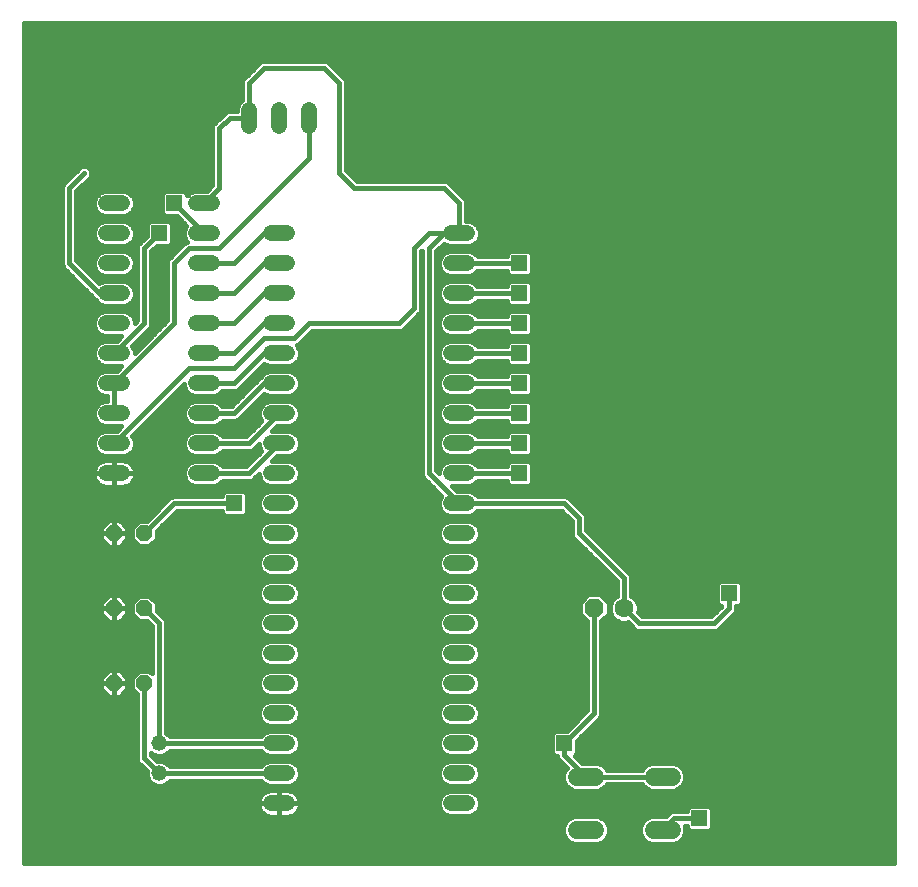
<source format=gbl>
G75*
%MOIN*%
%OFA0B0*%
%FSLAX25Y25*%
%IPPOS*%
%LPD*%
%AMOC8*
5,1,8,0,0,1.08239X$1,22.5*
%
%ADD10OC8,0.05200*%
%ADD11OC8,0.06300*%
%ADD12C,0.06300*%
%ADD13C,0.05200*%
%ADD14C,0.05200*%
%ADD15C,0.06000*%
%ADD16C,0.01600*%
%ADD17R,0.05315X0.05315*%
D10*
X0081000Y0081000D03*
X0091000Y0081000D03*
X0091000Y0106000D03*
X0081000Y0106000D03*
X0081000Y0131000D03*
X0091000Y0131000D03*
D11*
X0241000Y0106000D03*
D12*
X0251000Y0106000D03*
D13*
X0198600Y0101000D02*
X0193400Y0101000D01*
X0193400Y0091000D02*
X0198600Y0091000D01*
X0198600Y0081000D02*
X0193400Y0081000D01*
X0193400Y0071000D02*
X0198600Y0071000D01*
X0198600Y0061000D02*
X0193400Y0061000D01*
X0193400Y0051000D02*
X0198600Y0051000D01*
X0198600Y0041000D02*
X0193400Y0041000D01*
X0138600Y0041000D02*
X0133400Y0041000D01*
X0133400Y0051000D02*
X0138600Y0051000D01*
X0138600Y0061000D02*
X0133400Y0061000D01*
X0133400Y0071000D02*
X0138600Y0071000D01*
X0138600Y0081000D02*
X0133400Y0081000D01*
X0133400Y0091000D02*
X0138600Y0091000D01*
X0138600Y0101000D02*
X0133400Y0101000D01*
X0133400Y0111000D02*
X0138600Y0111000D01*
X0138600Y0121000D02*
X0133400Y0121000D01*
X0133400Y0131000D02*
X0138600Y0131000D01*
X0138600Y0141000D02*
X0133400Y0141000D01*
X0133400Y0151000D02*
X0138600Y0151000D01*
X0138600Y0161000D02*
X0133400Y0161000D01*
X0133400Y0171000D02*
X0138600Y0171000D01*
X0138600Y0181000D02*
X0133400Y0181000D01*
X0133400Y0191000D02*
X0138600Y0191000D01*
X0138600Y0201000D02*
X0133400Y0201000D01*
X0133400Y0211000D02*
X0138600Y0211000D01*
X0138600Y0221000D02*
X0133400Y0221000D01*
X0133400Y0231000D02*
X0138600Y0231000D01*
X0113600Y0231000D02*
X0108400Y0231000D01*
X0108400Y0221000D02*
X0113600Y0221000D01*
X0113600Y0211000D02*
X0108400Y0211000D01*
X0108400Y0201000D02*
X0113600Y0201000D01*
X0113600Y0191000D02*
X0108400Y0191000D01*
X0108400Y0181000D02*
X0113600Y0181000D01*
X0113600Y0171000D02*
X0108400Y0171000D01*
X0108400Y0161000D02*
X0113600Y0161000D01*
X0113600Y0151000D02*
X0108400Y0151000D01*
X0083600Y0151000D02*
X0078400Y0151000D01*
X0078400Y0161000D02*
X0083600Y0161000D01*
X0083600Y0171000D02*
X0078400Y0171000D01*
X0078400Y0181000D02*
X0083600Y0181000D01*
X0083600Y0191000D02*
X0078400Y0191000D01*
X0078400Y0201000D02*
X0083600Y0201000D01*
X0083600Y0211000D02*
X0078400Y0211000D01*
X0078400Y0221000D02*
X0083600Y0221000D01*
X0083600Y0231000D02*
X0078400Y0231000D01*
X0078400Y0241000D02*
X0083600Y0241000D01*
X0108400Y0241000D02*
X0113600Y0241000D01*
X0126000Y0266900D02*
X0126000Y0272100D01*
X0136000Y0272100D02*
X0136000Y0266900D01*
X0146000Y0266900D02*
X0146000Y0272100D01*
X0193400Y0231000D02*
X0198600Y0231000D01*
X0198600Y0221000D02*
X0193400Y0221000D01*
X0193400Y0211000D02*
X0198600Y0211000D01*
X0198600Y0201000D02*
X0193400Y0201000D01*
X0193400Y0191000D02*
X0198600Y0191000D01*
X0198600Y0181000D02*
X0193400Y0181000D01*
X0193400Y0171000D02*
X0198600Y0171000D01*
X0198600Y0161000D02*
X0193400Y0161000D01*
X0193400Y0151000D02*
X0198600Y0151000D01*
X0198600Y0141000D02*
X0193400Y0141000D01*
X0193400Y0131000D02*
X0198600Y0131000D01*
X0198600Y0121000D02*
X0193400Y0121000D01*
X0193400Y0111000D02*
X0198600Y0111000D01*
D14*
X0096000Y0061000D03*
X0096000Y0051000D03*
D15*
X0235200Y0049900D02*
X0241200Y0049900D01*
X0241200Y0032100D02*
X0235200Y0032100D01*
X0260800Y0032100D02*
X0266800Y0032100D01*
X0266800Y0049900D02*
X0260800Y0049900D01*
D16*
X0051000Y0021000D02*
X0051000Y0301000D01*
X0341000Y0301000D01*
X0341000Y0021000D01*
X0051000Y0021000D01*
X0051000Y0021781D02*
X0341000Y0021781D01*
X0341000Y0023379D02*
X0051000Y0023379D01*
X0051000Y0024978D02*
X0341000Y0024978D01*
X0341000Y0026576D02*
X0051000Y0026576D01*
X0051000Y0028175D02*
X0232656Y0028175D01*
X0232594Y0028200D02*
X0234285Y0027500D01*
X0242115Y0027500D01*
X0243806Y0028200D01*
X0245100Y0029494D01*
X0245800Y0031185D01*
X0245800Y0033015D01*
X0245100Y0034706D01*
X0243806Y0036000D01*
X0242115Y0036700D01*
X0234285Y0036700D01*
X0232594Y0036000D01*
X0231300Y0034706D01*
X0230600Y0033015D01*
X0230600Y0031185D01*
X0231300Y0029494D01*
X0232594Y0028200D01*
X0231185Y0029773D02*
X0051000Y0029773D01*
X0051000Y0031372D02*
X0230600Y0031372D01*
X0230600Y0032970D02*
X0051000Y0032970D01*
X0051000Y0034569D02*
X0231244Y0034569D01*
X0232999Y0036167D02*
X0051000Y0036167D01*
X0051000Y0037766D02*
X0130412Y0037766D01*
X0130534Y0037644D02*
X0131094Y0037237D01*
X0131711Y0036922D01*
X0132370Y0036708D01*
X0133054Y0036600D01*
X0136000Y0036600D01*
X0138946Y0036600D01*
X0139630Y0036708D01*
X0140289Y0036922D01*
X0140906Y0037237D01*
X0141466Y0037644D01*
X0141956Y0038134D01*
X0142363Y0038694D01*
X0142678Y0039311D01*
X0142892Y0039970D01*
X0143000Y0040654D01*
X0143000Y0041000D01*
X0143000Y0041346D01*
X0142892Y0042030D01*
X0142678Y0042689D01*
X0142363Y0043306D01*
X0141956Y0043866D01*
X0141466Y0044356D01*
X0140906Y0044763D01*
X0140289Y0045078D01*
X0139630Y0045292D01*
X0138946Y0045400D01*
X0136000Y0045400D01*
X0136000Y0041000D01*
X0096000Y0041000D01*
X0081000Y0056000D01*
X0081000Y0081000D01*
X0081000Y0106000D01*
X0081000Y0131000D01*
X0081000Y0151000D01*
X0081000Y0151000D01*
X0081000Y0155400D01*
X0083946Y0155400D01*
X0084630Y0155292D01*
X0085289Y0155078D01*
X0085906Y0154763D01*
X0086466Y0154356D01*
X0086956Y0153866D01*
X0087363Y0153306D01*
X0087678Y0152689D01*
X0087892Y0152030D01*
X0088000Y0151346D01*
X0088000Y0151000D01*
X0081000Y0151000D01*
X0081000Y0151000D01*
X0081000Y0146600D01*
X0083946Y0146600D01*
X0084630Y0146708D01*
X0085289Y0146922D01*
X0085906Y0147237D01*
X0086466Y0147644D01*
X0086956Y0148134D01*
X0087363Y0148694D01*
X0087678Y0149311D01*
X0087892Y0149970D01*
X0088000Y0150654D01*
X0088000Y0151000D01*
X0081000Y0151000D01*
X0081000Y0151000D01*
X0081000Y0151000D01*
X0074000Y0151000D01*
X0074000Y0151346D01*
X0074108Y0152030D01*
X0074322Y0152689D01*
X0074637Y0153306D01*
X0075044Y0153866D01*
X0075534Y0154356D01*
X0076094Y0154763D01*
X0076711Y0155078D01*
X0077370Y0155292D01*
X0078054Y0155400D01*
X0081000Y0155400D01*
X0081000Y0151000D01*
X0081000Y0146600D01*
X0078054Y0146600D01*
X0077370Y0146708D01*
X0076711Y0146922D01*
X0076094Y0147237D01*
X0075534Y0147644D01*
X0075044Y0148134D01*
X0074637Y0148694D01*
X0074322Y0149311D01*
X0074108Y0149970D01*
X0074000Y0150654D01*
X0074000Y0151000D01*
X0081000Y0151000D01*
X0081000Y0151260D02*
X0081000Y0151260D01*
X0081000Y0149662D02*
X0081000Y0149662D01*
X0081000Y0148063D02*
X0081000Y0148063D01*
X0086886Y0148063D02*
X0105397Y0148063D01*
X0104839Y0148621D02*
X0106021Y0147439D01*
X0107565Y0146800D01*
X0114435Y0146800D01*
X0115979Y0147439D01*
X0117140Y0148600D01*
X0126477Y0148600D01*
X0127359Y0148965D01*
X0128035Y0149641D01*
X0129200Y0150806D01*
X0129200Y0150165D01*
X0129839Y0148621D01*
X0131021Y0147439D01*
X0132565Y0146800D01*
X0139435Y0146800D01*
X0140979Y0147439D01*
X0142161Y0148621D01*
X0142800Y0150165D01*
X0142800Y0151835D01*
X0142161Y0153379D01*
X0140979Y0154561D01*
X0139435Y0155200D01*
X0133594Y0155200D01*
X0135194Y0156800D01*
X0139435Y0156800D01*
X0140979Y0157439D01*
X0142161Y0158621D01*
X0142800Y0160165D01*
X0142800Y0161835D01*
X0142161Y0163379D01*
X0140979Y0164561D01*
X0139435Y0165200D01*
X0133594Y0165200D01*
X0135194Y0166800D01*
X0139435Y0166800D01*
X0140979Y0167439D01*
X0142161Y0168621D01*
X0142800Y0170165D01*
X0142800Y0171835D01*
X0142161Y0173379D01*
X0140979Y0174561D01*
X0139435Y0175200D01*
X0132565Y0175200D01*
X0131021Y0174561D01*
X0129839Y0173379D01*
X0129200Y0171835D01*
X0129200Y0170165D01*
X0129839Y0168621D01*
X0130033Y0168427D01*
X0125006Y0163400D01*
X0117140Y0163400D01*
X0115979Y0164561D01*
X0114435Y0165200D01*
X0107565Y0165200D01*
X0106021Y0164561D01*
X0104839Y0163379D01*
X0104200Y0161835D01*
X0104200Y0160165D01*
X0104839Y0158621D01*
X0106021Y0157439D01*
X0107565Y0156800D01*
X0114435Y0156800D01*
X0115979Y0157439D01*
X0117140Y0158600D01*
X0126477Y0158600D01*
X0127359Y0158965D01*
X0129200Y0160806D01*
X0129200Y0160165D01*
X0129839Y0158621D01*
X0130033Y0158427D01*
X0125006Y0153400D01*
X0117140Y0153400D01*
X0115979Y0154561D01*
X0114435Y0155200D01*
X0107565Y0155200D01*
X0106021Y0154561D01*
X0104839Y0153379D01*
X0104200Y0151835D01*
X0104200Y0150165D01*
X0104839Y0148621D01*
X0104408Y0149662D02*
X0087792Y0149662D01*
X0088000Y0151260D02*
X0104200Y0151260D01*
X0104624Y0152859D02*
X0087591Y0152859D01*
X0086327Y0154457D02*
X0105917Y0154457D01*
X0105806Y0157654D02*
X0086194Y0157654D01*
X0085979Y0157439D02*
X0087161Y0158621D01*
X0087800Y0160165D01*
X0087800Y0161835D01*
X0087161Y0163379D01*
X0086967Y0163573D01*
X0104200Y0180806D01*
X0104200Y0180165D01*
X0104839Y0178621D01*
X0106021Y0177439D01*
X0107565Y0176800D01*
X0114435Y0176800D01*
X0115979Y0177439D01*
X0117140Y0178600D01*
X0121477Y0178600D01*
X0122359Y0178965D01*
X0130927Y0187533D01*
X0131021Y0187439D01*
X0132565Y0186800D01*
X0139435Y0186800D01*
X0140979Y0187439D01*
X0142161Y0188621D01*
X0142800Y0190165D01*
X0142800Y0191835D01*
X0142161Y0193379D01*
X0141804Y0193735D01*
X0142359Y0193965D01*
X0146994Y0198600D01*
X0176477Y0198600D01*
X0177359Y0198965D01*
X0182359Y0203965D01*
X0183035Y0204641D01*
X0183400Y0205523D01*
X0183400Y0225006D01*
X0183600Y0225206D01*
X0183600Y0150523D01*
X0183965Y0149641D01*
X0184641Y0148965D01*
X0190033Y0143573D01*
X0189839Y0143379D01*
X0189200Y0141835D01*
X0189200Y0140165D01*
X0189839Y0138621D01*
X0191021Y0137439D01*
X0192565Y0136800D01*
X0199435Y0136800D01*
X0200979Y0137439D01*
X0202140Y0138600D01*
X0230006Y0138600D01*
X0233600Y0135006D01*
X0233600Y0130523D01*
X0233965Y0129641D01*
X0248600Y0115006D01*
X0248600Y0110147D01*
X0248309Y0110027D01*
X0246973Y0108691D01*
X0246250Y0106945D01*
X0246250Y0105055D01*
X0246973Y0103309D01*
X0248309Y0101973D01*
X0250055Y0101250D01*
X0251945Y0101250D01*
X0252235Y0101370D01*
X0253965Y0099641D01*
X0254641Y0098965D01*
X0255523Y0098600D01*
X0281477Y0098600D01*
X0282359Y0098965D01*
X0287359Y0103965D01*
X0288035Y0104641D01*
X0288400Y0105523D01*
X0288400Y0106743D01*
X0289320Y0106743D01*
X0290257Y0107680D01*
X0290257Y0114320D01*
X0289320Y0115257D01*
X0282680Y0115257D01*
X0281743Y0114320D01*
X0281743Y0107680D01*
X0282680Y0106743D01*
X0283348Y0106743D01*
X0280006Y0103400D01*
X0256994Y0103400D01*
X0255630Y0104765D01*
X0255750Y0105055D01*
X0255750Y0106945D01*
X0255027Y0108691D01*
X0253691Y0110027D01*
X0253400Y0110147D01*
X0253400Y0116477D01*
X0253035Y0117359D01*
X0252359Y0118035D01*
X0238400Y0131994D01*
X0238400Y0136477D01*
X0238035Y0137359D01*
X0237359Y0138035D01*
X0232359Y0143035D01*
X0231477Y0143400D01*
X0202140Y0143400D01*
X0200979Y0144561D01*
X0199435Y0145200D01*
X0195194Y0145200D01*
X0193594Y0146800D01*
X0199435Y0146800D01*
X0200979Y0147439D01*
X0202140Y0148600D01*
X0211743Y0148600D01*
X0211743Y0147680D01*
X0212680Y0146743D01*
X0219320Y0146743D01*
X0220257Y0147680D01*
X0220257Y0154320D01*
X0219320Y0155257D01*
X0212680Y0155257D01*
X0211743Y0154320D01*
X0211743Y0153400D01*
X0202140Y0153400D01*
X0200979Y0154561D01*
X0199435Y0155200D01*
X0192565Y0155200D01*
X0191021Y0154561D01*
X0189839Y0153379D01*
X0189200Y0151835D01*
X0189200Y0151194D01*
X0188400Y0151994D01*
X0188400Y0225006D01*
X0190927Y0227533D01*
X0191021Y0227439D01*
X0192565Y0226800D01*
X0199435Y0226800D01*
X0200979Y0227439D01*
X0202161Y0228621D01*
X0202800Y0230165D01*
X0202800Y0231835D01*
X0202161Y0233379D01*
X0200979Y0234561D01*
X0199435Y0235200D01*
X0198400Y0235200D01*
X0198400Y0241477D01*
X0198035Y0242359D01*
X0197359Y0243035D01*
X0193035Y0247359D01*
X0193035Y0247359D01*
X0192359Y0248035D01*
X0191477Y0248400D01*
X0161994Y0248400D01*
X0158400Y0251994D01*
X0158400Y0281477D01*
X0158035Y0282359D01*
X0153035Y0287359D01*
X0152359Y0288035D01*
X0151477Y0288400D01*
X0130523Y0288400D01*
X0129641Y0288035D01*
X0124641Y0283035D01*
X0123965Y0282359D01*
X0123600Y0281477D01*
X0123600Y0275640D01*
X0122439Y0274479D01*
X0121800Y0272935D01*
X0121800Y0271900D01*
X0119023Y0271900D01*
X0118141Y0271535D01*
X0117465Y0270859D01*
X0113965Y0267359D01*
X0113600Y0266477D01*
X0113600Y0246994D01*
X0111806Y0245200D01*
X0107565Y0245200D01*
X0106021Y0244561D01*
X0105257Y0243797D01*
X0105257Y0244320D01*
X0104320Y0245257D01*
X0097680Y0245257D01*
X0096743Y0244320D01*
X0096743Y0237680D01*
X0097680Y0236743D01*
X0101863Y0236743D01*
X0105033Y0233573D01*
X0104839Y0233379D01*
X0104200Y0231835D01*
X0104200Y0230165D01*
X0104839Y0228621D01*
X0105196Y0228265D01*
X0104641Y0228035D01*
X0099641Y0223035D01*
X0098965Y0222359D01*
X0098600Y0221477D01*
X0098600Y0201994D01*
X0087800Y0191194D01*
X0087800Y0191835D01*
X0087161Y0193379D01*
X0086967Y0193573D01*
X0092359Y0198965D01*
X0093035Y0199641D01*
X0093400Y0200523D01*
X0093400Y0225006D01*
X0095137Y0226743D01*
X0099320Y0226743D01*
X0100257Y0227680D01*
X0100257Y0234320D01*
X0099320Y0235257D01*
X0092680Y0235257D01*
X0091743Y0234320D01*
X0091743Y0230137D01*
X0088965Y0227359D01*
X0088600Y0226477D01*
X0088600Y0201994D01*
X0087800Y0201194D01*
X0087800Y0201835D01*
X0087161Y0203379D01*
X0085979Y0204561D01*
X0084435Y0205200D01*
X0077565Y0205200D01*
X0076021Y0204561D01*
X0074839Y0203379D01*
X0074200Y0201835D01*
X0074200Y0200165D01*
X0074839Y0198621D01*
X0076021Y0197439D01*
X0077565Y0196800D01*
X0083406Y0196800D01*
X0081806Y0195200D01*
X0077565Y0195200D01*
X0076021Y0194561D01*
X0074839Y0193379D01*
X0074200Y0191835D01*
X0074200Y0190165D01*
X0074839Y0188621D01*
X0076021Y0187439D01*
X0077565Y0186800D01*
X0083406Y0186800D01*
X0081806Y0185200D01*
X0077565Y0185200D01*
X0076021Y0184561D01*
X0074839Y0183379D01*
X0074200Y0181835D01*
X0074200Y0180165D01*
X0074839Y0178621D01*
X0076021Y0177439D01*
X0077565Y0176800D01*
X0078600Y0176800D01*
X0078600Y0175200D01*
X0077565Y0175200D01*
X0076021Y0174561D01*
X0074839Y0173379D01*
X0074200Y0171835D01*
X0074200Y0170165D01*
X0074839Y0168621D01*
X0076021Y0167439D01*
X0077565Y0166800D01*
X0083406Y0166800D01*
X0081806Y0165200D01*
X0077565Y0165200D01*
X0076021Y0164561D01*
X0074839Y0163379D01*
X0074200Y0161835D01*
X0074200Y0160165D01*
X0074839Y0158621D01*
X0076021Y0157439D01*
X0077565Y0156800D01*
X0084435Y0156800D01*
X0085979Y0157439D01*
X0087422Y0159253D02*
X0104578Y0159253D01*
X0104200Y0160851D02*
X0087800Y0160851D01*
X0087546Y0162450D02*
X0104454Y0162450D01*
X0105508Y0164048D02*
X0087442Y0164048D01*
X0089041Y0165647D02*
X0127253Y0165647D01*
X0128851Y0167245D02*
X0115510Y0167245D01*
X0115979Y0167439D02*
X0117140Y0168600D01*
X0121477Y0168600D01*
X0122359Y0168965D01*
X0130927Y0177533D01*
X0131021Y0177439D01*
X0132565Y0176800D01*
X0139435Y0176800D01*
X0140979Y0177439D01*
X0142161Y0178621D01*
X0142800Y0180165D01*
X0142800Y0181835D01*
X0142161Y0183379D01*
X0140979Y0184561D01*
X0139435Y0185200D01*
X0132565Y0185200D01*
X0131021Y0184561D01*
X0129839Y0183379D01*
X0129708Y0183063D01*
X0129641Y0183035D01*
X0128965Y0182359D01*
X0120006Y0173400D01*
X0117140Y0173400D01*
X0115979Y0174561D01*
X0114435Y0175200D01*
X0107565Y0175200D01*
X0106021Y0174561D01*
X0104839Y0173379D01*
X0104200Y0171835D01*
X0104200Y0170165D01*
X0104839Y0168621D01*
X0106021Y0167439D01*
X0107565Y0166800D01*
X0114435Y0166800D01*
X0115979Y0167439D01*
X0116492Y0164048D02*
X0125654Y0164048D01*
X0126000Y0161000D02*
X0136000Y0171000D01*
X0134041Y0165647D02*
X0183600Y0165647D01*
X0183600Y0167245D02*
X0140510Y0167245D01*
X0142253Y0168844D02*
X0183600Y0168844D01*
X0183600Y0170442D02*
X0142800Y0170442D01*
X0142715Y0172041D02*
X0183600Y0172041D01*
X0183600Y0173639D02*
X0141900Y0173639D01*
X0139523Y0176836D02*
X0183600Y0176836D01*
X0183600Y0175238D02*
X0128632Y0175238D01*
X0130100Y0173639D02*
X0127033Y0173639D01*
X0125435Y0172041D02*
X0129285Y0172041D01*
X0129200Y0170442D02*
X0123836Y0170442D01*
X0122066Y0168844D02*
X0129747Y0168844D01*
X0130230Y0176836D02*
X0132477Y0176836D01*
X0126639Y0180033D02*
X0123427Y0180033D01*
X0125026Y0181632D02*
X0128238Y0181632D01*
X0129778Y0183230D02*
X0126624Y0183230D01*
X0128223Y0184829D02*
X0131668Y0184829D01*
X0129821Y0186427D02*
X0183600Y0186427D01*
X0183600Y0184829D02*
X0140332Y0184829D01*
X0142222Y0183230D02*
X0183600Y0183230D01*
X0183600Y0181632D02*
X0142800Y0181632D01*
X0142746Y0180033D02*
X0183600Y0180033D01*
X0183600Y0178435D02*
X0141974Y0178435D01*
X0136000Y0181000D02*
X0131000Y0181000D01*
X0121000Y0171000D01*
X0111000Y0171000D01*
X0116900Y0173639D02*
X0120245Y0173639D01*
X0121844Y0175238D02*
X0098632Y0175238D01*
X0100230Y0176836D02*
X0107477Y0176836D01*
X0105026Y0178435D02*
X0101829Y0178435D01*
X0103427Y0180033D02*
X0104254Y0180033D01*
X0106000Y0186000D02*
X0121000Y0186000D01*
X0131000Y0196000D01*
X0141000Y0196000D01*
X0146000Y0201000D01*
X0176000Y0201000D01*
X0181000Y0206000D01*
X0181000Y0226000D01*
X0186000Y0231000D01*
X0196000Y0231000D01*
X0196000Y0241000D01*
X0191000Y0246000D01*
X0161000Y0246000D01*
X0156000Y0251000D01*
X0156000Y0281000D01*
X0151000Y0286000D01*
X0131000Y0286000D01*
X0126000Y0281000D01*
X0126000Y0269500D01*
X0119500Y0269500D01*
X0116000Y0266000D01*
X0116000Y0246000D01*
X0111000Y0241000D01*
X0112178Y0245572D02*
X0068966Y0245572D01*
X0068400Y0245006D02*
X0073035Y0249641D01*
X0073400Y0250523D01*
X0073400Y0251477D01*
X0073035Y0252359D01*
X0072359Y0253035D01*
X0071477Y0253400D01*
X0070523Y0253400D01*
X0069641Y0253035D01*
X0063965Y0247359D01*
X0063600Y0246477D01*
X0063600Y0220523D01*
X0063965Y0219641D01*
X0074641Y0208965D01*
X0074708Y0208937D01*
X0074839Y0208621D01*
X0076021Y0207439D01*
X0077565Y0206800D01*
X0084435Y0206800D01*
X0085979Y0207439D01*
X0087161Y0208621D01*
X0087800Y0210165D01*
X0087800Y0211835D01*
X0087161Y0213379D01*
X0085979Y0214561D01*
X0084435Y0215200D01*
X0077565Y0215200D01*
X0076021Y0214561D01*
X0075927Y0214467D01*
X0068400Y0221994D01*
X0068400Y0245006D01*
X0068400Y0243974D02*
X0075434Y0243974D01*
X0076021Y0244561D02*
X0074839Y0243379D01*
X0074200Y0241835D01*
X0074200Y0240165D01*
X0074839Y0238621D01*
X0076021Y0237439D01*
X0077565Y0236800D01*
X0084435Y0236800D01*
X0085979Y0237439D01*
X0087161Y0238621D01*
X0087800Y0240165D01*
X0087800Y0241835D01*
X0087161Y0243379D01*
X0085979Y0244561D01*
X0084435Y0245200D01*
X0077565Y0245200D01*
X0076021Y0244561D01*
X0074424Y0242375D02*
X0068400Y0242375D01*
X0068400Y0240777D02*
X0074200Y0240777D01*
X0074609Y0239178D02*
X0068400Y0239178D01*
X0068400Y0237580D02*
X0075881Y0237580D01*
X0077565Y0235200D02*
X0076021Y0234561D01*
X0074839Y0233379D01*
X0074200Y0231835D01*
X0074200Y0230165D01*
X0074839Y0228621D01*
X0076021Y0227439D01*
X0077565Y0226800D01*
X0084435Y0226800D01*
X0085979Y0227439D01*
X0087161Y0228621D01*
X0087800Y0230165D01*
X0087800Y0231835D01*
X0087161Y0233379D01*
X0085979Y0234561D01*
X0084435Y0235200D01*
X0077565Y0235200D01*
X0075843Y0234383D02*
X0068400Y0234383D01*
X0068400Y0235981D02*
X0102625Y0235981D01*
X0104223Y0234383D02*
X0100195Y0234383D01*
X0100257Y0232784D02*
X0104593Y0232784D01*
X0104200Y0231186D02*
X0100257Y0231186D01*
X0100257Y0229587D02*
X0104439Y0229587D01*
X0104595Y0227989D02*
X0100257Y0227989D01*
X0102996Y0226390D02*
X0094784Y0226390D01*
X0093400Y0224792D02*
X0101397Y0224792D01*
X0099799Y0223193D02*
X0093400Y0223193D01*
X0093400Y0221595D02*
X0098649Y0221595D01*
X0098600Y0219996D02*
X0093400Y0219996D01*
X0093400Y0218398D02*
X0098600Y0218398D01*
X0098600Y0216799D02*
X0093400Y0216799D01*
X0093400Y0215201D02*
X0098600Y0215201D01*
X0098600Y0213602D02*
X0093400Y0213602D01*
X0093400Y0212003D02*
X0098600Y0212003D01*
X0098600Y0210405D02*
X0093400Y0210405D01*
X0093400Y0208806D02*
X0098600Y0208806D01*
X0098600Y0207208D02*
X0093400Y0207208D01*
X0093400Y0205609D02*
X0098600Y0205609D01*
X0098600Y0204011D02*
X0093400Y0204011D01*
X0093400Y0202412D02*
X0098600Y0202412D01*
X0097420Y0200814D02*
X0093400Y0200814D01*
X0092610Y0199215D02*
X0095821Y0199215D01*
X0094223Y0197617D02*
X0091011Y0197617D01*
X0089412Y0196018D02*
X0092624Y0196018D01*
X0091026Y0194420D02*
X0087814Y0194420D01*
X0087392Y0192821D02*
X0089427Y0192821D01*
X0087829Y0191223D02*
X0087800Y0191223D01*
X0083033Y0186427D02*
X0051000Y0186427D01*
X0051000Y0184829D02*
X0076668Y0184829D01*
X0074778Y0183230D02*
X0051000Y0183230D01*
X0051000Y0181632D02*
X0074200Y0181632D01*
X0074254Y0180033D02*
X0051000Y0180033D01*
X0051000Y0178435D02*
X0075026Y0178435D01*
X0077477Y0176836D02*
X0051000Y0176836D01*
X0051000Y0175238D02*
X0078600Y0175238D01*
X0075100Y0173639D02*
X0051000Y0173639D01*
X0051000Y0172041D02*
X0074285Y0172041D01*
X0074200Y0170442D02*
X0051000Y0170442D01*
X0051000Y0168844D02*
X0074747Y0168844D01*
X0076490Y0167245D02*
X0051000Y0167245D01*
X0051000Y0165647D02*
X0082253Y0165647D01*
X0081000Y0171000D02*
X0081000Y0181000D01*
X0101000Y0201000D01*
X0101000Y0221000D01*
X0106000Y0226000D01*
X0116000Y0226000D01*
X0146000Y0256000D01*
X0146000Y0269500D01*
X0158400Y0269550D02*
X0341000Y0269550D01*
X0341000Y0271148D02*
X0158400Y0271148D01*
X0158400Y0272747D02*
X0341000Y0272747D01*
X0341000Y0274345D02*
X0158400Y0274345D01*
X0158400Y0275944D02*
X0341000Y0275944D01*
X0341000Y0277542D02*
X0158400Y0277542D01*
X0158400Y0279141D02*
X0341000Y0279141D01*
X0341000Y0280739D02*
X0158400Y0280739D01*
X0158044Y0282338D02*
X0341000Y0282338D01*
X0341000Y0283937D02*
X0156458Y0283937D01*
X0154859Y0285535D02*
X0341000Y0285535D01*
X0341000Y0287134D02*
X0153261Y0287134D01*
X0158400Y0267951D02*
X0341000Y0267951D01*
X0341000Y0266353D02*
X0158400Y0266353D01*
X0158400Y0264754D02*
X0341000Y0264754D01*
X0341000Y0263156D02*
X0158400Y0263156D01*
X0158400Y0261557D02*
X0341000Y0261557D01*
X0341000Y0259959D02*
X0158400Y0259959D01*
X0158400Y0258360D02*
X0341000Y0258360D01*
X0341000Y0256762D02*
X0158400Y0256762D01*
X0158400Y0255163D02*
X0341000Y0255163D01*
X0341000Y0253565D02*
X0158400Y0253565D01*
X0158428Y0251966D02*
X0341000Y0251966D01*
X0341000Y0250368D02*
X0160026Y0250368D01*
X0161625Y0248769D02*
X0341000Y0248769D01*
X0341000Y0247171D02*
X0193223Y0247171D01*
X0194822Y0245572D02*
X0341000Y0245572D01*
X0341000Y0243974D02*
X0196420Y0243974D01*
X0197359Y0243035D02*
X0197359Y0243035D01*
X0198019Y0242375D02*
X0341000Y0242375D01*
X0341000Y0240777D02*
X0198400Y0240777D01*
X0198400Y0239178D02*
X0341000Y0239178D01*
X0341000Y0237580D02*
X0198400Y0237580D01*
X0198400Y0235981D02*
X0341000Y0235981D01*
X0341000Y0234383D02*
X0201157Y0234383D01*
X0202407Y0232784D02*
X0341000Y0232784D01*
X0341000Y0231186D02*
X0202800Y0231186D01*
X0202561Y0229587D02*
X0341000Y0229587D01*
X0341000Y0227989D02*
X0201528Y0227989D01*
X0200421Y0224792D02*
X0212214Y0224792D01*
X0212680Y0225257D02*
X0211743Y0224320D01*
X0211743Y0223400D01*
X0202140Y0223400D01*
X0200979Y0224561D01*
X0199435Y0225200D01*
X0192565Y0225200D01*
X0191021Y0224561D01*
X0189839Y0223379D01*
X0189200Y0221835D01*
X0189200Y0220165D01*
X0189839Y0218621D01*
X0191021Y0217439D01*
X0192565Y0216800D01*
X0199435Y0216800D01*
X0200979Y0217439D01*
X0202140Y0218600D01*
X0211743Y0218600D01*
X0211743Y0217680D01*
X0212680Y0216743D01*
X0219320Y0216743D01*
X0220257Y0217680D01*
X0220257Y0224320D01*
X0219320Y0225257D01*
X0212680Y0225257D01*
X0216000Y0221000D02*
X0196000Y0221000D01*
X0191579Y0224792D02*
X0188400Y0224792D01*
X0188400Y0223193D02*
X0189762Y0223193D01*
X0189200Y0221595D02*
X0188400Y0221595D01*
X0188400Y0219996D02*
X0189270Y0219996D01*
X0190063Y0218398D02*
X0188400Y0218398D01*
X0188400Y0216799D02*
X0212623Y0216799D01*
X0212680Y0215257D02*
X0211743Y0214320D01*
X0211743Y0213400D01*
X0202140Y0213400D01*
X0200979Y0214561D01*
X0199435Y0215200D01*
X0192565Y0215200D01*
X0191021Y0214561D01*
X0189839Y0213379D01*
X0189200Y0211835D01*
X0189200Y0210165D01*
X0189839Y0208621D01*
X0191021Y0207439D01*
X0192565Y0206800D01*
X0199435Y0206800D01*
X0200979Y0207439D01*
X0202140Y0208600D01*
X0211743Y0208600D01*
X0211743Y0207680D01*
X0212680Y0206743D01*
X0219320Y0206743D01*
X0220257Y0207680D01*
X0220257Y0214320D01*
X0219320Y0215257D01*
X0212680Y0215257D01*
X0212623Y0215201D02*
X0188400Y0215201D01*
X0188400Y0213602D02*
X0190062Y0213602D01*
X0189270Y0212003D02*
X0188400Y0212003D01*
X0188400Y0210405D02*
X0189200Y0210405D01*
X0189763Y0208806D02*
X0188400Y0208806D01*
X0188400Y0207208D02*
X0191580Y0207208D01*
X0192565Y0205200D02*
X0191021Y0204561D01*
X0189839Y0203379D01*
X0189200Y0201835D01*
X0189200Y0200165D01*
X0189839Y0198621D01*
X0191021Y0197439D01*
X0192565Y0196800D01*
X0199435Y0196800D01*
X0200979Y0197439D01*
X0202140Y0198600D01*
X0211743Y0198600D01*
X0211743Y0197680D01*
X0212680Y0196743D01*
X0219320Y0196743D01*
X0220257Y0197680D01*
X0220257Y0204320D01*
X0219320Y0205257D01*
X0212680Y0205257D01*
X0211743Y0204320D01*
X0211743Y0203400D01*
X0202140Y0203400D01*
X0200979Y0204561D01*
X0199435Y0205200D01*
X0192565Y0205200D01*
X0190471Y0204011D02*
X0188400Y0204011D01*
X0188400Y0205609D02*
X0341000Y0205609D01*
X0341000Y0204011D02*
X0220257Y0204011D01*
X0220257Y0202412D02*
X0341000Y0202412D01*
X0341000Y0200814D02*
X0220257Y0200814D01*
X0220257Y0199215D02*
X0341000Y0199215D01*
X0341000Y0197617D02*
X0220195Y0197617D01*
X0219320Y0195257D02*
X0212680Y0195257D01*
X0211743Y0194320D01*
X0211743Y0193400D01*
X0202140Y0193400D01*
X0200979Y0194561D01*
X0199435Y0195200D01*
X0192565Y0195200D01*
X0191021Y0194561D01*
X0189839Y0193379D01*
X0189200Y0191835D01*
X0189200Y0190165D01*
X0189839Y0188621D01*
X0191021Y0187439D01*
X0192565Y0186800D01*
X0199435Y0186800D01*
X0200979Y0187439D01*
X0202140Y0188600D01*
X0211743Y0188600D01*
X0211743Y0187680D01*
X0212680Y0186743D01*
X0219320Y0186743D01*
X0220257Y0187680D01*
X0220257Y0194320D01*
X0219320Y0195257D01*
X0220158Y0194420D02*
X0341000Y0194420D01*
X0341000Y0196018D02*
X0188400Y0196018D01*
X0188400Y0194420D02*
X0190880Y0194420D01*
X0189608Y0192821D02*
X0188400Y0192821D01*
X0188400Y0191223D02*
X0189200Y0191223D01*
X0189424Y0189624D02*
X0188400Y0189624D01*
X0188400Y0188026D02*
X0190434Y0188026D01*
X0188400Y0186427D02*
X0341000Y0186427D01*
X0341000Y0184829D02*
X0219749Y0184829D01*
X0219320Y0185257D02*
X0212680Y0185257D01*
X0211743Y0184320D01*
X0211743Y0183400D01*
X0202140Y0183400D01*
X0200979Y0184561D01*
X0199435Y0185200D01*
X0192565Y0185200D01*
X0191021Y0184561D01*
X0189839Y0183379D01*
X0189200Y0181835D01*
X0189200Y0180165D01*
X0189839Y0178621D01*
X0191021Y0177439D01*
X0192565Y0176800D01*
X0199435Y0176800D01*
X0200979Y0177439D01*
X0202140Y0178600D01*
X0211743Y0178600D01*
X0211743Y0177680D01*
X0212680Y0176743D01*
X0219320Y0176743D01*
X0220257Y0177680D01*
X0220257Y0184320D01*
X0219320Y0185257D01*
X0220257Y0183230D02*
X0341000Y0183230D01*
X0341000Y0181632D02*
X0220257Y0181632D01*
X0220257Y0180033D02*
X0341000Y0180033D01*
X0341000Y0178435D02*
X0220257Y0178435D01*
X0219414Y0176836D02*
X0341000Y0176836D01*
X0341000Y0175238D02*
X0219340Y0175238D01*
X0219320Y0175257D02*
X0212680Y0175257D01*
X0211743Y0174320D01*
X0211743Y0173400D01*
X0202140Y0173400D01*
X0200979Y0174561D01*
X0199435Y0175200D01*
X0192565Y0175200D01*
X0191021Y0174561D01*
X0189839Y0173379D01*
X0189200Y0171835D01*
X0189200Y0170165D01*
X0189839Y0168621D01*
X0191021Y0167439D01*
X0192565Y0166800D01*
X0199435Y0166800D01*
X0200979Y0167439D01*
X0202140Y0168600D01*
X0211743Y0168600D01*
X0211743Y0167680D01*
X0212680Y0166743D01*
X0219320Y0166743D01*
X0220257Y0167680D01*
X0220257Y0174320D01*
X0219320Y0175257D01*
X0220257Y0173639D02*
X0341000Y0173639D01*
X0341000Y0172041D02*
X0220257Y0172041D01*
X0220257Y0170442D02*
X0341000Y0170442D01*
X0341000Y0168844D02*
X0220257Y0168844D01*
X0219823Y0167245D02*
X0341000Y0167245D01*
X0341000Y0165647D02*
X0188400Y0165647D01*
X0188400Y0167245D02*
X0191490Y0167245D01*
X0192565Y0165200D02*
X0191021Y0164561D01*
X0189839Y0163379D01*
X0189200Y0161835D01*
X0189200Y0160165D01*
X0189839Y0158621D01*
X0191021Y0157439D01*
X0192565Y0156800D01*
X0199435Y0156800D01*
X0200979Y0157439D01*
X0202140Y0158600D01*
X0211743Y0158600D01*
X0211743Y0157680D01*
X0212680Y0156743D01*
X0219320Y0156743D01*
X0220257Y0157680D01*
X0220257Y0164320D01*
X0219320Y0165257D01*
X0212680Y0165257D01*
X0211743Y0164320D01*
X0211743Y0163400D01*
X0202140Y0163400D01*
X0200979Y0164561D01*
X0199435Y0165200D01*
X0192565Y0165200D01*
X0190508Y0164048D02*
X0188400Y0164048D01*
X0188400Y0162450D02*
X0189454Y0162450D01*
X0189200Y0160851D02*
X0188400Y0160851D01*
X0188400Y0159253D02*
X0189578Y0159253D01*
X0188400Y0157654D02*
X0190806Y0157654D01*
X0188400Y0156056D02*
X0341000Y0156056D01*
X0341000Y0157654D02*
X0220232Y0157654D01*
X0220257Y0159253D02*
X0341000Y0159253D01*
X0341000Y0160851D02*
X0220257Y0160851D01*
X0220257Y0162450D02*
X0341000Y0162450D01*
X0341000Y0164048D02*
X0220257Y0164048D01*
X0216000Y0161000D02*
X0196000Y0161000D01*
X0201194Y0157654D02*
X0211768Y0157654D01*
X0211879Y0154457D02*
X0201083Y0154457D01*
X0196000Y0151000D02*
X0216000Y0151000D01*
X0220257Y0151260D02*
X0341000Y0151260D01*
X0341000Y0149662D02*
X0220257Y0149662D01*
X0220257Y0148063D02*
X0341000Y0148063D01*
X0341000Y0146465D02*
X0193930Y0146465D01*
X0200242Y0144866D02*
X0341000Y0144866D01*
X0341000Y0143268D02*
X0231797Y0143268D01*
X0231000Y0141000D02*
X0236000Y0136000D01*
X0236000Y0131000D01*
X0251000Y0116000D01*
X0251000Y0106000D01*
X0256000Y0101000D01*
X0281000Y0101000D01*
X0286000Y0106000D01*
X0286000Y0111000D01*
X0290257Y0111297D02*
X0341000Y0111297D01*
X0341000Y0109699D02*
X0290257Y0109699D01*
X0290257Y0108100D02*
X0341000Y0108100D01*
X0341000Y0106502D02*
X0288400Y0106502D01*
X0288143Y0104903D02*
X0341000Y0104903D01*
X0341000Y0103305D02*
X0286699Y0103305D01*
X0285100Y0101706D02*
X0341000Y0101706D01*
X0341000Y0100108D02*
X0283502Y0100108D01*
X0281509Y0104903D02*
X0255687Y0104903D01*
X0255750Y0106502D02*
X0283108Y0106502D01*
X0281743Y0108100D02*
X0255271Y0108100D01*
X0254019Y0109699D02*
X0281743Y0109699D01*
X0281743Y0111297D02*
X0253400Y0111297D01*
X0253400Y0112896D02*
X0281743Y0112896D01*
X0281917Y0114494D02*
X0253400Y0114494D01*
X0253400Y0116093D02*
X0341000Y0116093D01*
X0341000Y0117691D02*
X0252703Y0117691D01*
X0252359Y0118035D02*
X0252359Y0118035D01*
X0251104Y0119290D02*
X0341000Y0119290D01*
X0341000Y0120888D02*
X0249506Y0120888D01*
X0247907Y0122487D02*
X0341000Y0122487D01*
X0341000Y0124085D02*
X0246309Y0124085D01*
X0244710Y0125684D02*
X0341000Y0125684D01*
X0341000Y0127282D02*
X0243112Y0127282D01*
X0241513Y0128881D02*
X0341000Y0128881D01*
X0341000Y0130479D02*
X0239915Y0130479D01*
X0238400Y0132078D02*
X0341000Y0132078D01*
X0341000Y0133676D02*
X0238400Y0133676D01*
X0238400Y0135275D02*
X0341000Y0135275D01*
X0341000Y0136873D02*
X0238236Y0136873D01*
X0236922Y0138472D02*
X0341000Y0138472D01*
X0341000Y0140070D02*
X0235324Y0140070D01*
X0233725Y0141669D02*
X0341000Y0141669D01*
X0341000Y0152859D02*
X0220257Y0152859D01*
X0220121Y0154457D02*
X0341000Y0154457D01*
X0341000Y0188026D02*
X0220257Y0188026D01*
X0220257Y0189624D02*
X0341000Y0189624D01*
X0341000Y0191223D02*
X0220257Y0191223D01*
X0220257Y0192821D02*
X0341000Y0192821D01*
X0341000Y0207208D02*
X0219786Y0207208D01*
X0220257Y0208806D02*
X0341000Y0208806D01*
X0341000Y0210405D02*
X0220257Y0210405D01*
X0220257Y0212003D02*
X0341000Y0212003D01*
X0341000Y0213602D02*
X0220257Y0213602D01*
X0219377Y0215201D02*
X0341000Y0215201D01*
X0341000Y0216799D02*
X0219377Y0216799D01*
X0220257Y0218398D02*
X0341000Y0218398D01*
X0341000Y0219996D02*
X0220257Y0219996D01*
X0220257Y0221595D02*
X0341000Y0221595D01*
X0341000Y0223193D02*
X0220257Y0223193D01*
X0219786Y0224792D02*
X0341000Y0224792D01*
X0341000Y0226390D02*
X0189784Y0226390D01*
X0186000Y0226000D02*
X0191000Y0231000D01*
X0196000Y0231000D01*
X0186000Y0226000D02*
X0186000Y0151000D01*
X0196000Y0141000D01*
X0231000Y0141000D01*
X0230134Y0138472D02*
X0202012Y0138472D01*
X0199613Y0136873D02*
X0231732Y0136873D01*
X0233331Y0135275D02*
X0098669Y0135275D01*
X0097071Y0133676D02*
X0130137Y0133676D01*
X0129839Y0133379D02*
X0129200Y0131835D01*
X0129200Y0130165D01*
X0129839Y0128621D01*
X0131021Y0127439D01*
X0132565Y0126800D01*
X0139435Y0126800D01*
X0140979Y0127439D01*
X0142161Y0128621D01*
X0142800Y0130165D01*
X0142800Y0131835D01*
X0142161Y0133379D01*
X0140979Y0134561D01*
X0139435Y0135200D01*
X0132565Y0135200D01*
X0131021Y0134561D01*
X0129839Y0133379D01*
X0129300Y0132078D02*
X0095472Y0132078D01*
X0095200Y0131806D02*
X0101994Y0138600D01*
X0116743Y0138600D01*
X0116743Y0137680D01*
X0117680Y0136743D01*
X0124320Y0136743D01*
X0125257Y0137680D01*
X0125257Y0144320D01*
X0124320Y0145257D01*
X0117680Y0145257D01*
X0116743Y0144320D01*
X0116743Y0143400D01*
X0100523Y0143400D01*
X0099641Y0143035D01*
X0098965Y0142359D01*
X0091806Y0135200D01*
X0089260Y0135200D01*
X0086800Y0132740D01*
X0086800Y0129260D01*
X0089260Y0126800D01*
X0092740Y0126800D01*
X0095200Y0129260D01*
X0095200Y0131806D01*
X0095200Y0130479D02*
X0129200Y0130479D01*
X0129732Y0128881D02*
X0094821Y0128881D01*
X0093222Y0127282D02*
X0131400Y0127282D01*
X0132565Y0125200D02*
X0131021Y0124561D01*
X0129839Y0123379D01*
X0129200Y0121835D01*
X0129200Y0120165D01*
X0129839Y0118621D01*
X0131021Y0117439D01*
X0132565Y0116800D01*
X0139435Y0116800D01*
X0140979Y0117439D01*
X0142161Y0118621D01*
X0142800Y0120165D01*
X0142800Y0121835D01*
X0142161Y0123379D01*
X0140979Y0124561D01*
X0139435Y0125200D01*
X0132565Y0125200D01*
X0130546Y0124085D02*
X0051000Y0124085D01*
X0051000Y0122487D02*
X0129470Y0122487D01*
X0129200Y0120888D02*
X0051000Y0120888D01*
X0051000Y0119290D02*
X0129562Y0119290D01*
X0130769Y0117691D02*
X0051000Y0117691D01*
X0051000Y0116093D02*
X0247513Y0116093D01*
X0248600Y0114494D02*
X0201045Y0114494D01*
X0200979Y0114561D02*
X0199435Y0115200D01*
X0192565Y0115200D01*
X0191021Y0114561D01*
X0189839Y0113379D01*
X0189200Y0111835D01*
X0189200Y0110165D01*
X0189839Y0108621D01*
X0191021Y0107439D01*
X0192565Y0106800D01*
X0199435Y0106800D01*
X0200979Y0107439D01*
X0202161Y0108621D01*
X0202800Y0110165D01*
X0202800Y0111835D01*
X0202161Y0113379D01*
X0200979Y0114561D01*
X0202361Y0112896D02*
X0248600Y0112896D01*
X0248600Y0111297D02*
X0202800Y0111297D01*
X0202607Y0109699D02*
X0237981Y0109699D01*
X0239032Y0110750D02*
X0236250Y0107968D01*
X0236250Y0104032D01*
X0238600Y0101682D01*
X0238600Y0071994D01*
X0231863Y0065257D01*
X0227680Y0065257D01*
X0226743Y0064320D01*
X0226743Y0057680D01*
X0227680Y0056743D01*
X0228600Y0056743D01*
X0228600Y0056623D01*
X0228965Y0055741D01*
X0229641Y0055065D01*
X0231750Y0052956D01*
X0231300Y0052506D01*
X0230600Y0050815D01*
X0230600Y0048985D01*
X0231300Y0047294D01*
X0232594Y0046000D01*
X0234285Y0045300D01*
X0242115Y0045300D01*
X0243806Y0046000D01*
X0245100Y0047294D01*
X0245185Y0047500D01*
X0256815Y0047500D01*
X0256900Y0047294D01*
X0258194Y0046000D01*
X0259885Y0045300D01*
X0267715Y0045300D01*
X0269406Y0046000D01*
X0270700Y0047294D01*
X0271400Y0048985D01*
X0271400Y0050815D01*
X0270700Y0052506D01*
X0269406Y0053800D01*
X0267715Y0054500D01*
X0259885Y0054500D01*
X0258194Y0053800D01*
X0256900Y0052506D01*
X0256815Y0052300D01*
X0245185Y0052300D01*
X0245100Y0052506D01*
X0243806Y0053800D01*
X0242115Y0054500D01*
X0236994Y0054500D01*
X0234536Y0056958D01*
X0235257Y0057680D01*
X0235257Y0061863D01*
X0243035Y0069641D01*
X0243400Y0070523D01*
X0243400Y0101682D01*
X0245750Y0104032D01*
X0245750Y0107968D01*
X0242968Y0110750D01*
X0239032Y0110750D01*
X0236383Y0108100D02*
X0201640Y0108100D01*
X0200152Y0104903D02*
X0236250Y0104903D01*
X0236250Y0106502D02*
X0095200Y0106502D01*
X0095200Y0107740D02*
X0095200Y0105194D01*
X0097359Y0103035D01*
X0098035Y0102359D01*
X0098400Y0101477D01*
X0098400Y0064540D01*
X0099540Y0063400D01*
X0129860Y0063400D01*
X0131021Y0064561D01*
X0132565Y0065200D01*
X0139435Y0065200D01*
X0140979Y0064561D01*
X0142161Y0063379D01*
X0142800Y0061835D01*
X0142800Y0060165D01*
X0142161Y0058621D01*
X0140979Y0057439D01*
X0139435Y0056800D01*
X0132565Y0056800D01*
X0131021Y0057439D01*
X0129860Y0058600D01*
X0099540Y0058600D01*
X0098379Y0057439D01*
X0096835Y0056800D01*
X0095165Y0056800D01*
X0093621Y0057439D01*
X0093400Y0057660D01*
X0093400Y0056994D01*
X0095194Y0055200D01*
X0096835Y0055200D01*
X0098379Y0054561D01*
X0099540Y0053400D01*
X0129860Y0053400D01*
X0131021Y0054561D01*
X0132565Y0055200D01*
X0139435Y0055200D01*
X0140979Y0054561D01*
X0142161Y0053379D01*
X0142800Y0051835D01*
X0142800Y0050165D01*
X0142161Y0048621D01*
X0140979Y0047439D01*
X0139435Y0046800D01*
X0132565Y0046800D01*
X0131021Y0047439D01*
X0129860Y0048600D01*
X0099540Y0048600D01*
X0098379Y0047439D01*
X0096835Y0046800D01*
X0095165Y0046800D01*
X0093621Y0047439D01*
X0092439Y0048621D01*
X0091800Y0050165D01*
X0091800Y0051806D01*
X0088965Y0054641D01*
X0088600Y0055523D01*
X0088600Y0077460D01*
X0086800Y0079260D01*
X0086800Y0082740D01*
X0089260Y0085200D01*
X0092740Y0085200D01*
X0093600Y0084340D01*
X0093600Y0100006D01*
X0091806Y0101800D01*
X0089260Y0101800D01*
X0086800Y0104260D01*
X0086800Y0107740D01*
X0089260Y0110200D01*
X0092740Y0110200D01*
X0095200Y0107740D01*
X0094839Y0108100D02*
X0130360Y0108100D01*
X0129839Y0108621D02*
X0131021Y0107439D01*
X0132565Y0106800D01*
X0139435Y0106800D01*
X0140979Y0107439D01*
X0142161Y0108621D01*
X0142800Y0110165D01*
X0142800Y0111835D01*
X0142161Y0113379D01*
X0140979Y0114561D01*
X0139435Y0115200D01*
X0132565Y0115200D01*
X0131021Y0114561D01*
X0129839Y0113379D01*
X0129200Y0111835D01*
X0129200Y0110165D01*
X0129839Y0108621D01*
X0129393Y0109699D02*
X0093241Y0109699D01*
X0091000Y0106000D02*
X0096000Y0101000D01*
X0096000Y0061000D01*
X0136000Y0061000D01*
X0131938Y0064940D02*
X0098400Y0064940D01*
X0098400Y0066539D02*
X0233145Y0066539D01*
X0234743Y0068137D02*
X0201677Y0068137D01*
X0202161Y0068621D02*
X0200979Y0067439D01*
X0199435Y0066800D01*
X0192565Y0066800D01*
X0191021Y0067439D01*
X0189839Y0068621D01*
X0189200Y0070165D01*
X0189200Y0071835D01*
X0189839Y0073379D01*
X0191021Y0074561D01*
X0192565Y0075200D01*
X0199435Y0075200D01*
X0200979Y0074561D01*
X0202161Y0073379D01*
X0202800Y0071835D01*
X0202800Y0070165D01*
X0202161Y0068621D01*
X0202622Y0069736D02*
X0236342Y0069736D01*
X0237940Y0071334D02*
X0202800Y0071334D01*
X0202345Y0072933D02*
X0238600Y0072933D01*
X0238600Y0074532D02*
X0201008Y0074532D01*
X0199435Y0076800D02*
X0200979Y0077439D01*
X0202161Y0078621D01*
X0202800Y0080165D01*
X0202800Y0081835D01*
X0202161Y0083379D01*
X0200979Y0084561D01*
X0199435Y0085200D01*
X0192565Y0085200D01*
X0191021Y0084561D01*
X0189839Y0083379D01*
X0189200Y0081835D01*
X0189200Y0080165D01*
X0189839Y0078621D01*
X0191021Y0077439D01*
X0192565Y0076800D01*
X0199435Y0076800D01*
X0201268Y0077729D02*
X0238600Y0077729D01*
X0238600Y0079327D02*
X0202453Y0079327D01*
X0202800Y0080926D02*
X0238600Y0080926D01*
X0238600Y0082524D02*
X0202515Y0082524D01*
X0201417Y0084123D02*
X0238600Y0084123D01*
X0238600Y0085721D02*
X0098400Y0085721D01*
X0098400Y0084123D02*
X0130583Y0084123D01*
X0131021Y0084561D02*
X0129839Y0083379D01*
X0129200Y0081835D01*
X0129200Y0080165D01*
X0129839Y0078621D01*
X0131021Y0077439D01*
X0132565Y0076800D01*
X0139435Y0076800D01*
X0140979Y0077439D01*
X0142161Y0078621D01*
X0142800Y0080165D01*
X0142800Y0081835D01*
X0142161Y0083379D01*
X0140979Y0084561D01*
X0139435Y0085200D01*
X0132565Y0085200D01*
X0131021Y0084561D01*
X0129485Y0082524D02*
X0098400Y0082524D01*
X0098400Y0080926D02*
X0129200Y0080926D01*
X0129547Y0079327D02*
X0098400Y0079327D01*
X0098400Y0077729D02*
X0130732Y0077729D01*
X0132565Y0075200D02*
X0131021Y0074561D01*
X0129839Y0073379D01*
X0129200Y0071835D01*
X0129200Y0070165D01*
X0129839Y0068621D01*
X0131021Y0067439D01*
X0132565Y0066800D01*
X0139435Y0066800D01*
X0140979Y0067439D01*
X0142161Y0068621D01*
X0142800Y0070165D01*
X0142800Y0071835D01*
X0142161Y0073379D01*
X0140979Y0074561D01*
X0139435Y0075200D01*
X0132565Y0075200D01*
X0130992Y0074532D02*
X0098400Y0074532D01*
X0098400Y0076130D02*
X0238600Y0076130D01*
X0243400Y0076130D02*
X0341000Y0076130D01*
X0341000Y0074532D02*
X0243400Y0074532D01*
X0243400Y0072933D02*
X0341000Y0072933D01*
X0341000Y0071334D02*
X0243400Y0071334D01*
X0243074Y0069736D02*
X0341000Y0069736D01*
X0341000Y0068137D02*
X0241532Y0068137D01*
X0239933Y0066539D02*
X0341000Y0066539D01*
X0341000Y0064940D02*
X0238335Y0064940D01*
X0236736Y0063342D02*
X0341000Y0063342D01*
X0341000Y0061743D02*
X0235257Y0061743D01*
X0235257Y0060145D02*
X0341000Y0060145D01*
X0341000Y0058546D02*
X0235257Y0058546D01*
X0234546Y0056948D02*
X0341000Y0056948D01*
X0341000Y0055349D02*
X0236145Y0055349D01*
X0230955Y0053751D02*
X0201789Y0053751D01*
X0202161Y0053379D02*
X0200979Y0054561D01*
X0199435Y0055200D01*
X0192565Y0055200D01*
X0191021Y0054561D01*
X0189839Y0053379D01*
X0189200Y0051835D01*
X0189200Y0050165D01*
X0189839Y0048621D01*
X0191021Y0047439D01*
X0192565Y0046800D01*
X0199435Y0046800D01*
X0200979Y0047439D01*
X0202161Y0048621D01*
X0202800Y0050165D01*
X0202800Y0051835D01*
X0202161Y0053379D01*
X0202669Y0052152D02*
X0231154Y0052152D01*
X0230600Y0050554D02*
X0202800Y0050554D01*
X0202299Y0048955D02*
X0230612Y0048955D01*
X0231274Y0047357D02*
X0200780Y0047357D01*
X0199435Y0045200D02*
X0200979Y0044561D01*
X0202161Y0043379D01*
X0202800Y0041835D01*
X0202800Y0040165D01*
X0202161Y0038621D01*
X0200979Y0037439D01*
X0199435Y0036800D01*
X0192565Y0036800D01*
X0191021Y0037439D01*
X0189839Y0038621D01*
X0189200Y0040165D01*
X0189200Y0041835D01*
X0189839Y0043379D01*
X0191021Y0044561D01*
X0192565Y0045200D01*
X0199435Y0045200D01*
X0201380Y0044160D02*
X0341000Y0044160D01*
X0341000Y0045758D02*
X0268821Y0045758D01*
X0270726Y0047357D02*
X0341000Y0047357D01*
X0341000Y0048955D02*
X0271388Y0048955D01*
X0271400Y0050554D02*
X0341000Y0050554D01*
X0341000Y0052152D02*
X0270846Y0052152D01*
X0269454Y0053751D02*
X0341000Y0053751D01*
X0341000Y0042561D02*
X0202499Y0042561D01*
X0202800Y0040963D02*
X0341000Y0040963D01*
X0341000Y0039364D02*
X0280213Y0039364D01*
X0280257Y0039320D02*
X0279320Y0040257D01*
X0272680Y0040257D01*
X0271743Y0039320D01*
X0271743Y0038400D01*
X0267223Y0038400D01*
X0266341Y0038035D01*
X0265665Y0037359D01*
X0265006Y0036700D01*
X0259885Y0036700D01*
X0258194Y0036000D01*
X0256900Y0034706D01*
X0256200Y0033015D01*
X0256200Y0031185D01*
X0256900Y0029494D01*
X0258194Y0028200D01*
X0259885Y0027500D01*
X0267715Y0027500D01*
X0269406Y0028200D01*
X0270700Y0029494D01*
X0271400Y0031185D01*
X0271400Y0033015D01*
X0271158Y0033600D01*
X0271743Y0033600D01*
X0271743Y0032680D01*
X0272680Y0031743D01*
X0279320Y0031743D01*
X0280257Y0032680D01*
X0280257Y0039320D01*
X0280257Y0037766D02*
X0341000Y0037766D01*
X0341000Y0036167D02*
X0280257Y0036167D01*
X0280257Y0034569D02*
X0341000Y0034569D01*
X0341000Y0032970D02*
X0280257Y0032970D01*
X0276000Y0036000D02*
X0267700Y0036000D01*
X0263800Y0032100D01*
X0266072Y0037766D02*
X0201305Y0037766D01*
X0202468Y0039364D02*
X0271787Y0039364D01*
X0271743Y0032970D02*
X0271400Y0032970D01*
X0271400Y0031372D02*
X0341000Y0031372D01*
X0341000Y0029773D02*
X0270815Y0029773D01*
X0269344Y0028175D02*
X0341000Y0028175D01*
X0341000Y0077729D02*
X0243400Y0077729D01*
X0243400Y0079327D02*
X0341000Y0079327D01*
X0341000Y0080926D02*
X0243400Y0080926D01*
X0243400Y0082524D02*
X0341000Y0082524D01*
X0341000Y0084123D02*
X0243400Y0084123D01*
X0243400Y0085721D02*
X0341000Y0085721D01*
X0341000Y0087320D02*
X0243400Y0087320D01*
X0243400Y0088918D02*
X0341000Y0088918D01*
X0341000Y0090517D02*
X0243400Y0090517D01*
X0243400Y0092115D02*
X0341000Y0092115D01*
X0341000Y0093714D02*
X0243400Y0093714D01*
X0243400Y0095312D02*
X0341000Y0095312D01*
X0341000Y0096911D02*
X0243400Y0096911D01*
X0243400Y0098509D02*
X0341000Y0098509D01*
X0341000Y0112896D02*
X0290257Y0112896D01*
X0290083Y0114494D02*
X0341000Y0114494D01*
X0263800Y0049900D02*
X0238200Y0049900D01*
X0231000Y0057100D01*
X0231000Y0061000D01*
X0241000Y0071000D01*
X0241000Y0106000D01*
X0244019Y0109699D02*
X0247981Y0109699D01*
X0246729Y0108100D02*
X0245617Y0108100D01*
X0245750Y0106502D02*
X0246250Y0106502D01*
X0246313Y0104903D02*
X0245750Y0104903D01*
X0245022Y0103305D02*
X0246978Y0103305D01*
X0248954Y0101706D02*
X0243424Y0101706D01*
X0243400Y0100108D02*
X0253498Y0100108D01*
X0238600Y0100108D02*
X0202776Y0100108D01*
X0202800Y0100165D02*
X0202800Y0101835D01*
X0202161Y0103379D01*
X0200979Y0104561D01*
X0199435Y0105200D01*
X0192565Y0105200D01*
X0191021Y0104561D01*
X0189839Y0103379D01*
X0189200Y0101835D01*
X0189200Y0100165D01*
X0189839Y0098621D01*
X0191021Y0097439D01*
X0192565Y0096800D01*
X0199435Y0096800D01*
X0200979Y0097439D01*
X0202161Y0098621D01*
X0202800Y0100165D01*
X0202800Y0101706D02*
X0238576Y0101706D01*
X0236978Y0103305D02*
X0202191Y0103305D01*
X0202049Y0098509D02*
X0238600Y0098509D01*
X0238600Y0096911D02*
X0199703Y0096911D01*
X0199435Y0095200D02*
X0200979Y0094561D01*
X0202161Y0093379D01*
X0202800Y0091835D01*
X0202800Y0090165D01*
X0202161Y0088621D01*
X0200979Y0087439D01*
X0199435Y0086800D01*
X0192565Y0086800D01*
X0191021Y0087439D01*
X0189839Y0088621D01*
X0189200Y0090165D01*
X0189200Y0091835D01*
X0189839Y0093379D01*
X0191021Y0094561D01*
X0192565Y0095200D01*
X0199435Y0095200D01*
X0201826Y0093714D02*
X0238600Y0093714D01*
X0238600Y0095312D02*
X0098400Y0095312D01*
X0098400Y0093714D02*
X0130174Y0093714D01*
X0129839Y0093379D02*
X0129200Y0091835D01*
X0129200Y0090165D01*
X0129839Y0088621D01*
X0131021Y0087439D01*
X0132565Y0086800D01*
X0139435Y0086800D01*
X0140979Y0087439D01*
X0142161Y0088621D01*
X0142800Y0090165D01*
X0142800Y0091835D01*
X0142161Y0093379D01*
X0140979Y0094561D01*
X0139435Y0095200D01*
X0132565Y0095200D01*
X0131021Y0094561D01*
X0129839Y0093379D01*
X0129316Y0092115D02*
X0098400Y0092115D01*
X0098400Y0090517D02*
X0129200Y0090517D01*
X0129716Y0088918D02*
X0098400Y0088918D01*
X0098400Y0087320D02*
X0131310Y0087320D01*
X0140690Y0087320D02*
X0191310Y0087320D01*
X0189716Y0088918D02*
X0142284Y0088918D01*
X0142800Y0090517D02*
X0189200Y0090517D01*
X0189316Y0092115D02*
X0142684Y0092115D01*
X0141826Y0093714D02*
X0190174Y0093714D01*
X0192297Y0096911D02*
X0139703Y0096911D01*
X0139435Y0096800D02*
X0140979Y0097439D01*
X0142161Y0098621D01*
X0142800Y0100165D01*
X0142800Y0101835D01*
X0142161Y0103379D01*
X0140979Y0104561D01*
X0139435Y0105200D01*
X0132565Y0105200D01*
X0131021Y0104561D01*
X0129839Y0103379D01*
X0129200Y0101835D01*
X0129200Y0100165D01*
X0129839Y0098621D01*
X0131021Y0097439D01*
X0132565Y0096800D01*
X0139435Y0096800D01*
X0142049Y0098509D02*
X0189951Y0098509D01*
X0189224Y0100108D02*
X0142776Y0100108D01*
X0142800Y0101706D02*
X0189200Y0101706D01*
X0189809Y0103305D02*
X0142191Y0103305D01*
X0140152Y0104903D02*
X0191848Y0104903D01*
X0190360Y0108100D02*
X0141640Y0108100D01*
X0142607Y0109699D02*
X0189393Y0109699D01*
X0189200Y0111297D02*
X0142800Y0111297D01*
X0142361Y0112896D02*
X0189639Y0112896D01*
X0190955Y0114494D02*
X0141045Y0114494D01*
X0141231Y0117691D02*
X0190769Y0117691D01*
X0191021Y0117439D02*
X0192565Y0116800D01*
X0199435Y0116800D01*
X0200979Y0117439D01*
X0202161Y0118621D01*
X0202800Y0120165D01*
X0202800Y0121835D01*
X0202161Y0123379D01*
X0200979Y0124561D01*
X0199435Y0125200D01*
X0192565Y0125200D01*
X0191021Y0124561D01*
X0189839Y0123379D01*
X0189200Y0121835D01*
X0189200Y0120165D01*
X0189839Y0118621D01*
X0191021Y0117439D01*
X0189562Y0119290D02*
X0142438Y0119290D01*
X0142800Y0120888D02*
X0189200Y0120888D01*
X0189470Y0122487D02*
X0142530Y0122487D01*
X0141454Y0124085D02*
X0190546Y0124085D01*
X0191400Y0127282D02*
X0140600Y0127282D01*
X0142268Y0128881D02*
X0189732Y0128881D01*
X0189839Y0128621D02*
X0191021Y0127439D01*
X0192565Y0126800D01*
X0199435Y0126800D01*
X0200979Y0127439D01*
X0202161Y0128621D01*
X0202800Y0130165D01*
X0202800Y0131835D01*
X0202161Y0133379D01*
X0200979Y0134561D01*
X0199435Y0135200D01*
X0192565Y0135200D01*
X0191021Y0134561D01*
X0189839Y0133379D01*
X0189200Y0131835D01*
X0189200Y0130165D01*
X0189839Y0128621D01*
X0189200Y0130479D02*
X0142800Y0130479D01*
X0142700Y0132078D02*
X0189300Y0132078D01*
X0190137Y0133676D02*
X0141863Y0133676D01*
X0140979Y0137439D02*
X0142161Y0138621D01*
X0142800Y0140165D01*
X0142800Y0141835D01*
X0142161Y0143379D01*
X0140979Y0144561D01*
X0139435Y0145200D01*
X0132565Y0145200D01*
X0131021Y0144561D01*
X0129839Y0143379D01*
X0129200Y0141835D01*
X0129200Y0140165D01*
X0129839Y0138621D01*
X0131021Y0137439D01*
X0132565Y0136800D01*
X0139435Y0136800D01*
X0140979Y0137439D01*
X0142012Y0138472D02*
X0189988Y0138472D01*
X0189239Y0140070D02*
X0142761Y0140070D01*
X0142800Y0141669D02*
X0189200Y0141669D01*
X0189793Y0143268D02*
X0142207Y0143268D01*
X0140242Y0144866D02*
X0188740Y0144866D01*
X0187141Y0146465D02*
X0051000Y0146465D01*
X0051000Y0148063D02*
X0075114Y0148063D01*
X0074208Y0149662D02*
X0051000Y0149662D01*
X0051000Y0151260D02*
X0074000Y0151260D01*
X0074409Y0152859D02*
X0051000Y0152859D01*
X0051000Y0154457D02*
X0075673Y0154457D01*
X0075806Y0157654D02*
X0051000Y0157654D01*
X0051000Y0156056D02*
X0127662Y0156056D01*
X0129260Y0157654D02*
X0116194Y0157654D01*
X0116083Y0154457D02*
X0126063Y0154457D01*
X0126000Y0151000D02*
X0111000Y0151000D01*
X0116603Y0148063D02*
X0130397Y0148063D01*
X0129408Y0149662D02*
X0128056Y0149662D01*
X0126000Y0151000D02*
X0136000Y0161000D01*
X0134450Y0156056D02*
X0183600Y0156056D01*
X0183600Y0157654D02*
X0141194Y0157654D01*
X0142422Y0159253D02*
X0183600Y0159253D01*
X0183600Y0160851D02*
X0142800Y0160851D01*
X0142546Y0162450D02*
X0183600Y0162450D01*
X0183600Y0164048D02*
X0141492Y0164048D01*
X0141083Y0154457D02*
X0183600Y0154457D01*
X0183600Y0152859D02*
X0142376Y0152859D01*
X0142800Y0151260D02*
X0183600Y0151260D01*
X0183957Y0149662D02*
X0142592Y0149662D01*
X0141603Y0148063D02*
X0185543Y0148063D01*
X0189134Y0151260D02*
X0189200Y0151260D01*
X0189624Y0152859D02*
X0188400Y0152859D01*
X0188400Y0154457D02*
X0190917Y0154457D01*
X0201603Y0148063D02*
X0211743Y0148063D01*
X0201863Y0133676D02*
X0233600Y0133676D01*
X0233600Y0132078D02*
X0202700Y0132078D01*
X0202800Y0130479D02*
X0233618Y0130479D01*
X0234725Y0128881D02*
X0202268Y0128881D01*
X0200600Y0127282D02*
X0236323Y0127282D01*
X0237922Y0125684D02*
X0051000Y0125684D01*
X0051000Y0127282D02*
X0078495Y0127282D01*
X0079177Y0126600D02*
X0076600Y0129177D01*
X0076600Y0131000D01*
X0081000Y0131000D01*
X0085400Y0131000D01*
X0085400Y0132823D01*
X0082823Y0135400D01*
X0081000Y0135400D01*
X0081000Y0131000D01*
X0081000Y0131000D01*
X0081000Y0131000D01*
X0085400Y0131000D01*
X0085400Y0129177D01*
X0082823Y0126600D01*
X0081000Y0126600D01*
X0081000Y0131000D01*
X0081000Y0131000D01*
X0081000Y0131000D01*
X0081000Y0135400D01*
X0079177Y0135400D01*
X0076600Y0132823D01*
X0076600Y0131000D01*
X0081000Y0131000D01*
X0081000Y0126600D01*
X0079177Y0126600D01*
X0081000Y0127282D02*
X0081000Y0127282D01*
X0081000Y0128881D02*
X0081000Y0128881D01*
X0081000Y0130479D02*
X0081000Y0130479D01*
X0081000Y0132078D02*
X0081000Y0132078D01*
X0081000Y0133676D02*
X0081000Y0133676D01*
X0081000Y0135275D02*
X0081000Y0135275D01*
X0082948Y0135275D02*
X0091881Y0135275D01*
X0093479Y0136873D02*
X0051000Y0136873D01*
X0051000Y0135275D02*
X0079052Y0135275D01*
X0077454Y0133676D02*
X0051000Y0133676D01*
X0051000Y0132078D02*
X0076600Y0132078D01*
X0076600Y0130479D02*
X0051000Y0130479D01*
X0051000Y0128881D02*
X0076897Y0128881D01*
X0083505Y0127282D02*
X0088778Y0127282D01*
X0087179Y0128881D02*
X0085103Y0128881D01*
X0085400Y0130479D02*
X0086800Y0130479D01*
X0086800Y0132078D02*
X0085400Y0132078D01*
X0084546Y0133676D02*
X0087737Y0133676D01*
X0091000Y0131000D02*
X0101000Y0141000D01*
X0121000Y0141000D01*
X0125257Y0141669D02*
X0129200Y0141669D01*
X0129239Y0140070D02*
X0125257Y0140070D01*
X0125257Y0138472D02*
X0129988Y0138472D01*
X0132387Y0136873D02*
X0124451Y0136873D01*
X0125257Y0143268D02*
X0129793Y0143268D01*
X0131758Y0144866D02*
X0124712Y0144866D01*
X0117288Y0144866D02*
X0051000Y0144866D01*
X0051000Y0143268D02*
X0100203Y0143268D01*
X0098275Y0141669D02*
X0051000Y0141669D01*
X0051000Y0140070D02*
X0096676Y0140070D01*
X0095078Y0138472D02*
X0051000Y0138472D01*
X0051000Y0159253D02*
X0074578Y0159253D01*
X0074200Y0160851D02*
X0051000Y0160851D01*
X0051000Y0162450D02*
X0074454Y0162450D01*
X0075508Y0164048D02*
X0051000Y0164048D01*
X0051000Y0188026D02*
X0075434Y0188026D01*
X0074424Y0189624D02*
X0051000Y0189624D01*
X0051000Y0191223D02*
X0074200Y0191223D01*
X0074608Y0192821D02*
X0051000Y0192821D01*
X0051000Y0194420D02*
X0075880Y0194420D01*
X0075843Y0197617D02*
X0051000Y0197617D01*
X0051000Y0199215D02*
X0074593Y0199215D01*
X0074200Y0200814D02*
X0051000Y0200814D01*
X0051000Y0202412D02*
X0074439Y0202412D01*
X0075471Y0204011D02*
X0051000Y0204011D01*
X0051000Y0205609D02*
X0088600Y0205609D01*
X0088600Y0204011D02*
X0086529Y0204011D01*
X0087561Y0202412D02*
X0088600Y0202412D01*
X0091000Y0201000D02*
X0091000Y0226000D01*
X0096000Y0231000D01*
X0091743Y0231186D02*
X0087800Y0231186D01*
X0087561Y0229587D02*
X0091193Y0229587D01*
X0089595Y0227989D02*
X0086528Y0227989D01*
X0088600Y0226390D02*
X0068400Y0226390D01*
X0068400Y0224792D02*
X0076579Y0224792D01*
X0076021Y0224561D02*
X0074839Y0223379D01*
X0074200Y0221835D01*
X0074200Y0220165D01*
X0074839Y0218621D01*
X0076021Y0217439D01*
X0077565Y0216800D01*
X0084435Y0216800D01*
X0085979Y0217439D01*
X0087161Y0218621D01*
X0087800Y0220165D01*
X0087800Y0221835D01*
X0087161Y0223379D01*
X0085979Y0224561D01*
X0084435Y0225200D01*
X0077565Y0225200D01*
X0076021Y0224561D01*
X0074762Y0223193D02*
X0068400Y0223193D01*
X0068800Y0221595D02*
X0074200Y0221595D01*
X0074270Y0219996D02*
X0070398Y0219996D01*
X0071997Y0218398D02*
X0075063Y0218398D01*
X0073595Y0216799D02*
X0088600Y0216799D01*
X0088600Y0215201D02*
X0075194Y0215201D01*
X0076000Y0211000D02*
X0066000Y0221000D01*
X0066000Y0246000D01*
X0071000Y0251000D01*
X0073197Y0251966D02*
X0113600Y0251966D01*
X0113600Y0250368D02*
X0073336Y0250368D01*
X0072163Y0248769D02*
X0113600Y0248769D01*
X0113600Y0247171D02*
X0070565Y0247171D01*
X0066974Y0250368D02*
X0051000Y0250368D01*
X0051000Y0251966D02*
X0068572Y0251966D01*
X0065375Y0248769D02*
X0051000Y0248769D01*
X0051000Y0247171D02*
X0063887Y0247171D01*
X0063600Y0245572D02*
X0051000Y0245572D01*
X0051000Y0243974D02*
X0063600Y0243974D01*
X0063600Y0242375D02*
X0051000Y0242375D01*
X0051000Y0240777D02*
X0063600Y0240777D01*
X0063600Y0239178D02*
X0051000Y0239178D01*
X0051000Y0237580D02*
X0063600Y0237580D01*
X0063600Y0235981D02*
X0051000Y0235981D01*
X0051000Y0234383D02*
X0063600Y0234383D01*
X0063600Y0232784D02*
X0051000Y0232784D01*
X0051000Y0231186D02*
X0063600Y0231186D01*
X0063600Y0229587D02*
X0051000Y0229587D01*
X0051000Y0227989D02*
X0063600Y0227989D01*
X0063600Y0226390D02*
X0051000Y0226390D01*
X0051000Y0224792D02*
X0063600Y0224792D01*
X0063600Y0223193D02*
X0051000Y0223193D01*
X0051000Y0221595D02*
X0063600Y0221595D01*
X0063818Y0219996D02*
X0051000Y0219996D01*
X0051000Y0218398D02*
X0065208Y0218398D01*
X0066807Y0216799D02*
X0051000Y0216799D01*
X0051000Y0215201D02*
X0068405Y0215201D01*
X0070004Y0213602D02*
X0051000Y0213602D01*
X0051000Y0212003D02*
X0071602Y0212003D01*
X0073201Y0210405D02*
X0051000Y0210405D01*
X0051000Y0208806D02*
X0074763Y0208806D01*
X0076580Y0207208D02*
X0051000Y0207208D01*
X0051000Y0196018D02*
X0082624Y0196018D01*
X0081000Y0191000D02*
X0091000Y0201000D01*
X0088600Y0207208D02*
X0085420Y0207208D01*
X0087237Y0208806D02*
X0088600Y0208806D01*
X0088600Y0210405D02*
X0087800Y0210405D01*
X0087730Y0212003D02*
X0088600Y0212003D01*
X0088600Y0213602D02*
X0086938Y0213602D01*
X0086937Y0218398D02*
X0088600Y0218398D01*
X0088600Y0219996D02*
X0087730Y0219996D01*
X0087800Y0221595D02*
X0088600Y0221595D01*
X0088600Y0223193D02*
X0087238Y0223193D01*
X0088600Y0224792D02*
X0085421Y0224792D01*
X0075472Y0227989D02*
X0068400Y0227989D01*
X0068400Y0229587D02*
X0074439Y0229587D01*
X0074200Y0231186D02*
X0068400Y0231186D01*
X0068400Y0232784D02*
X0074593Y0232784D01*
X0086157Y0234383D02*
X0091805Y0234383D01*
X0091743Y0232784D02*
X0087407Y0232784D01*
X0086119Y0237580D02*
X0096843Y0237580D01*
X0096743Y0239178D02*
X0087391Y0239178D01*
X0087800Y0240777D02*
X0096743Y0240777D01*
X0096743Y0242375D02*
X0087576Y0242375D01*
X0086566Y0243974D02*
X0096743Y0243974D01*
X0101000Y0241000D02*
X0111000Y0231000D01*
X0111000Y0221000D02*
X0121000Y0221000D01*
X0131000Y0231000D01*
X0136000Y0231000D01*
X0136000Y0221000D02*
X0131000Y0221000D01*
X0121000Y0211000D01*
X0111000Y0211000D01*
X0111000Y0201000D02*
X0121000Y0201000D01*
X0131000Y0211000D01*
X0136000Y0211000D01*
X0136000Y0201000D02*
X0131000Y0201000D01*
X0121000Y0191000D01*
X0111000Y0191000D01*
X0106000Y0186000D02*
X0081000Y0161000D01*
X0081000Y0154457D02*
X0081000Y0154457D01*
X0081000Y0152859D02*
X0081000Y0152859D01*
X0090639Y0167245D02*
X0106490Y0167245D01*
X0104747Y0168844D02*
X0092238Y0168844D01*
X0093836Y0170442D02*
X0104200Y0170442D01*
X0104285Y0172041D02*
X0095435Y0172041D01*
X0097033Y0173639D02*
X0105100Y0173639D01*
X0114523Y0176836D02*
X0123442Y0176836D01*
X0125041Y0178435D02*
X0116974Y0178435D01*
X0121000Y0181000D02*
X0111000Y0181000D01*
X0121000Y0181000D02*
X0131000Y0191000D01*
X0136000Y0191000D01*
X0141566Y0188026D02*
X0183600Y0188026D01*
X0183600Y0189624D02*
X0142576Y0189624D01*
X0142800Y0191223D02*
X0183600Y0191223D01*
X0183600Y0192821D02*
X0142392Y0192821D01*
X0142814Y0194420D02*
X0183600Y0194420D01*
X0183600Y0196018D02*
X0144412Y0196018D01*
X0146011Y0197617D02*
X0183600Y0197617D01*
X0183600Y0199215D02*
X0177610Y0199215D01*
X0179208Y0200814D02*
X0183600Y0200814D01*
X0183600Y0202412D02*
X0180807Y0202412D01*
X0182405Y0204011D02*
X0183600Y0204011D01*
X0183600Y0205609D02*
X0183400Y0205609D01*
X0183400Y0207208D02*
X0183600Y0207208D01*
X0183600Y0208806D02*
X0183400Y0208806D01*
X0183400Y0210405D02*
X0183600Y0210405D01*
X0183600Y0212003D02*
X0183400Y0212003D01*
X0183400Y0213602D02*
X0183600Y0213602D01*
X0183600Y0215201D02*
X0183400Y0215201D01*
X0183400Y0216799D02*
X0183600Y0216799D01*
X0183600Y0218398D02*
X0183400Y0218398D01*
X0183400Y0219996D02*
X0183600Y0219996D01*
X0183600Y0221595D02*
X0183400Y0221595D01*
X0183400Y0223193D02*
X0183600Y0223193D01*
X0183600Y0224792D02*
X0183400Y0224792D01*
X0196000Y0211000D02*
X0216000Y0211000D01*
X0211743Y0213602D02*
X0201938Y0213602D01*
X0201937Y0218398D02*
X0211743Y0218398D01*
X0212214Y0207208D02*
X0200420Y0207208D01*
X0201529Y0204011D02*
X0211743Y0204011D01*
X0216000Y0201000D02*
X0196000Y0201000D01*
X0201157Y0197617D02*
X0211805Y0197617D01*
X0211842Y0194420D02*
X0201120Y0194420D01*
X0196000Y0191000D02*
X0216000Y0191000D01*
X0211743Y0188026D02*
X0201566Y0188026D01*
X0200332Y0184829D02*
X0212251Y0184829D01*
X0216000Y0181000D02*
X0196000Y0181000D01*
X0191668Y0184829D02*
X0188400Y0184829D01*
X0188400Y0183230D02*
X0189778Y0183230D01*
X0189200Y0181632D02*
X0188400Y0181632D01*
X0188400Y0180033D02*
X0189254Y0180033D01*
X0190026Y0178435D02*
X0188400Y0178435D01*
X0188400Y0176836D02*
X0192477Y0176836D01*
X0190100Y0173639D02*
X0188400Y0173639D01*
X0188400Y0172041D02*
X0189285Y0172041D01*
X0189200Y0170442D02*
X0188400Y0170442D01*
X0188400Y0168844D02*
X0189747Y0168844D01*
X0188400Y0175238D02*
X0212660Y0175238D01*
X0212586Y0176836D02*
X0199523Y0176836D01*
X0201974Y0178435D02*
X0211743Y0178435D01*
X0211743Y0173639D02*
X0201900Y0173639D01*
X0196000Y0171000D02*
X0216000Y0171000D01*
X0212177Y0167245D02*
X0200510Y0167245D01*
X0201492Y0164048D02*
X0211743Y0164048D01*
X0192387Y0136873D02*
X0139613Y0136873D01*
X0117549Y0136873D02*
X0100268Y0136873D01*
X0101866Y0138472D02*
X0116743Y0138472D01*
X0111000Y0161000D02*
X0126000Y0161000D01*
X0127647Y0159253D02*
X0129578Y0159253D01*
X0130955Y0114494D02*
X0051000Y0114494D01*
X0051000Y0112896D02*
X0129639Y0112896D01*
X0129200Y0111297D02*
X0051000Y0111297D01*
X0051000Y0109699D02*
X0078476Y0109699D01*
X0079177Y0110400D02*
X0076600Y0107823D01*
X0076600Y0106000D01*
X0081000Y0106000D01*
X0085400Y0106000D01*
X0085400Y0107823D01*
X0082823Y0110400D01*
X0081000Y0110400D01*
X0081000Y0106000D01*
X0081000Y0106000D01*
X0081000Y0106000D01*
X0085400Y0106000D01*
X0085400Y0104177D01*
X0082823Y0101600D01*
X0081000Y0101600D01*
X0081000Y0106000D01*
X0081000Y0106000D01*
X0081000Y0106000D01*
X0081000Y0110400D01*
X0079177Y0110400D01*
X0081000Y0109699D02*
X0081000Y0109699D01*
X0081000Y0108100D02*
X0081000Y0108100D01*
X0081000Y0106502D02*
X0081000Y0106502D01*
X0081000Y0106000D02*
X0076600Y0106000D01*
X0076600Y0104177D01*
X0079177Y0101600D01*
X0081000Y0101600D01*
X0081000Y0106000D01*
X0081000Y0104903D02*
X0081000Y0104903D01*
X0081000Y0103305D02*
X0081000Y0103305D01*
X0081000Y0101706D02*
X0081000Y0101706D01*
X0082929Y0101706D02*
X0091900Y0101706D01*
X0093498Y0100108D02*
X0051000Y0100108D01*
X0051000Y0101706D02*
X0079071Y0101706D01*
X0077473Y0103305D02*
X0051000Y0103305D01*
X0051000Y0104903D02*
X0076600Y0104903D01*
X0076600Y0106502D02*
X0051000Y0106502D01*
X0051000Y0108100D02*
X0076878Y0108100D01*
X0083524Y0109699D02*
X0088759Y0109699D01*
X0087161Y0108100D02*
X0085122Y0108100D01*
X0085400Y0106502D02*
X0086800Y0106502D01*
X0086800Y0104903D02*
X0085400Y0104903D01*
X0084527Y0103305D02*
X0087756Y0103305D01*
X0093600Y0098509D02*
X0051000Y0098509D01*
X0051000Y0096911D02*
X0093600Y0096911D01*
X0093600Y0095312D02*
X0051000Y0095312D01*
X0051000Y0093714D02*
X0093600Y0093714D01*
X0093600Y0092115D02*
X0051000Y0092115D01*
X0051000Y0090517D02*
X0093600Y0090517D01*
X0093600Y0088918D02*
X0051000Y0088918D01*
X0051000Y0087320D02*
X0093600Y0087320D01*
X0093600Y0085721D02*
X0051000Y0085721D01*
X0051000Y0084123D02*
X0077900Y0084123D01*
X0079177Y0085400D02*
X0076600Y0082823D01*
X0076600Y0081000D01*
X0081000Y0081000D01*
X0085400Y0081000D01*
X0085400Y0082823D01*
X0082823Y0085400D01*
X0081000Y0085400D01*
X0081000Y0081000D01*
X0081000Y0081000D01*
X0081000Y0081000D01*
X0085400Y0081000D01*
X0085400Y0079177D01*
X0082823Y0076600D01*
X0081000Y0076600D01*
X0081000Y0081000D01*
X0081000Y0081000D01*
X0081000Y0081000D01*
X0081000Y0085400D01*
X0079177Y0085400D01*
X0081000Y0084123D02*
X0081000Y0084123D01*
X0081000Y0082524D02*
X0081000Y0082524D01*
X0081000Y0081000D02*
X0076600Y0081000D01*
X0076600Y0079177D01*
X0079177Y0076600D01*
X0081000Y0076600D01*
X0081000Y0081000D01*
X0081000Y0080926D02*
X0081000Y0080926D01*
X0081000Y0079327D02*
X0081000Y0079327D01*
X0081000Y0077729D02*
X0081000Y0077729D01*
X0083951Y0077729D02*
X0088332Y0077729D01*
X0088600Y0076130D02*
X0051000Y0076130D01*
X0051000Y0074532D02*
X0088600Y0074532D01*
X0088600Y0072933D02*
X0051000Y0072933D01*
X0051000Y0071334D02*
X0088600Y0071334D01*
X0088600Y0069736D02*
X0051000Y0069736D01*
X0051000Y0068137D02*
X0088600Y0068137D01*
X0088600Y0066539D02*
X0051000Y0066539D01*
X0051000Y0064940D02*
X0088600Y0064940D01*
X0088600Y0063342D02*
X0051000Y0063342D01*
X0051000Y0061743D02*
X0088600Y0061743D01*
X0088600Y0060145D02*
X0051000Y0060145D01*
X0051000Y0058546D02*
X0088600Y0058546D01*
X0088600Y0056948D02*
X0051000Y0056948D01*
X0051000Y0055349D02*
X0088672Y0055349D01*
X0089855Y0053751D02*
X0051000Y0053751D01*
X0051000Y0052152D02*
X0091454Y0052152D01*
X0091800Y0050554D02*
X0051000Y0050554D01*
X0051000Y0048955D02*
X0092301Y0048955D01*
X0093820Y0047357D02*
X0051000Y0047357D01*
X0051000Y0045758D02*
X0233179Y0045758D01*
X0243221Y0045758D02*
X0258779Y0045758D01*
X0256874Y0047357D02*
X0245126Y0047357D01*
X0243854Y0053751D02*
X0258145Y0053751D01*
X0258599Y0036167D02*
X0243401Y0036167D01*
X0245156Y0034569D02*
X0256844Y0034569D01*
X0256200Y0032970D02*
X0245800Y0032970D01*
X0245800Y0031372D02*
X0256200Y0031372D01*
X0256785Y0029773D02*
X0245215Y0029773D01*
X0243744Y0028175D02*
X0258256Y0028175D01*
X0229356Y0055349D02*
X0095045Y0055349D01*
X0094807Y0056948D02*
X0093446Y0056948D01*
X0091000Y0056000D02*
X0096000Y0051000D01*
X0136000Y0051000D01*
X0141789Y0053751D02*
X0190211Y0053751D01*
X0189331Y0052152D02*
X0142669Y0052152D01*
X0142800Y0050554D02*
X0189200Y0050554D01*
X0189701Y0048955D02*
X0142299Y0048955D01*
X0140780Y0047357D02*
X0191220Y0047357D01*
X0190620Y0044160D02*
X0141663Y0044160D01*
X0142719Y0042561D02*
X0189501Y0042561D01*
X0189200Y0040963D02*
X0143000Y0040963D01*
X0143000Y0041000D02*
X0136000Y0041000D01*
X0136000Y0036000D01*
X0141000Y0031000D01*
X0196000Y0031000D01*
X0190695Y0037766D02*
X0141588Y0037766D01*
X0142695Y0039364D02*
X0189531Y0039364D01*
X0192565Y0056800D02*
X0199435Y0056800D01*
X0200979Y0057439D01*
X0202161Y0058621D01*
X0202800Y0060165D01*
X0202800Y0061835D01*
X0202161Y0063379D01*
X0200979Y0064561D01*
X0199435Y0065200D01*
X0192565Y0065200D01*
X0191021Y0064561D01*
X0189839Y0063379D01*
X0189200Y0061835D01*
X0189200Y0060165D01*
X0189839Y0058621D01*
X0191021Y0057439D01*
X0192565Y0056800D01*
X0192207Y0056948D02*
X0139792Y0056948D01*
X0142086Y0058546D02*
X0189914Y0058546D01*
X0189208Y0060145D02*
X0142792Y0060145D01*
X0142800Y0061743D02*
X0189200Y0061743D01*
X0189824Y0063342D02*
X0142176Y0063342D01*
X0140062Y0064940D02*
X0191938Y0064940D01*
X0190323Y0068137D02*
X0141677Y0068137D01*
X0142622Y0069736D02*
X0189378Y0069736D01*
X0189200Y0071334D02*
X0142800Y0071334D01*
X0142345Y0072933D02*
X0189655Y0072933D01*
X0190992Y0074532D02*
X0141008Y0074532D01*
X0141268Y0077729D02*
X0190732Y0077729D01*
X0189547Y0079327D02*
X0142453Y0079327D01*
X0142800Y0080926D02*
X0189200Y0080926D01*
X0189485Y0082524D02*
X0142515Y0082524D01*
X0141417Y0084123D02*
X0190583Y0084123D01*
X0200690Y0087320D02*
X0238600Y0087320D01*
X0238600Y0088918D02*
X0202284Y0088918D01*
X0202800Y0090517D02*
X0238600Y0090517D01*
X0238600Y0092115D02*
X0202684Y0092115D01*
X0201231Y0117691D02*
X0245915Y0117691D01*
X0244316Y0119290D02*
X0202438Y0119290D01*
X0202800Y0120888D02*
X0242718Y0120888D01*
X0241119Y0122487D02*
X0202530Y0122487D01*
X0201454Y0124085D02*
X0239521Y0124085D01*
X0227363Y0064940D02*
X0200062Y0064940D01*
X0202176Y0063342D02*
X0226743Y0063342D01*
X0226743Y0061743D02*
X0202800Y0061743D01*
X0202792Y0060145D02*
X0226743Y0060145D01*
X0226743Y0058546D02*
X0202086Y0058546D01*
X0199792Y0056948D02*
X0227474Y0056948D01*
X0143000Y0041000D02*
X0136000Y0041000D01*
X0136000Y0041000D01*
X0136000Y0041000D01*
X0136000Y0036600D01*
X0136000Y0041000D01*
X0136000Y0041000D01*
X0136000Y0041000D01*
X0129000Y0041000D01*
X0129000Y0041346D01*
X0129108Y0042030D01*
X0129322Y0042689D01*
X0129637Y0043306D01*
X0130044Y0043866D01*
X0130534Y0044356D01*
X0131094Y0044763D01*
X0131711Y0045078D01*
X0132370Y0045292D01*
X0133054Y0045400D01*
X0136000Y0045400D01*
X0136000Y0041000D01*
X0129000Y0041000D01*
X0129000Y0040654D01*
X0129108Y0039970D01*
X0129322Y0039311D01*
X0129637Y0038694D01*
X0130044Y0038134D01*
X0130534Y0037644D01*
X0129305Y0039364D02*
X0051000Y0039364D01*
X0051000Y0040963D02*
X0129000Y0040963D01*
X0129281Y0042561D02*
X0051000Y0042561D01*
X0051000Y0044160D02*
X0130337Y0044160D01*
X0131220Y0047357D02*
X0098180Y0047357D01*
X0099189Y0053751D02*
X0130211Y0053751D01*
X0132207Y0056948D02*
X0097192Y0056948D01*
X0099486Y0058546D02*
X0129914Y0058546D01*
X0130323Y0068137D02*
X0098400Y0068137D01*
X0098400Y0069736D02*
X0129378Y0069736D01*
X0129200Y0071334D02*
X0098400Y0071334D01*
X0098400Y0072933D02*
X0129655Y0072933D01*
X0132297Y0096911D02*
X0098400Y0096911D01*
X0098400Y0098509D02*
X0129951Y0098509D01*
X0129224Y0100108D02*
X0098400Y0100108D01*
X0098305Y0101706D02*
X0129200Y0101706D01*
X0129809Y0103305D02*
X0097089Y0103305D01*
X0095491Y0104903D02*
X0131848Y0104903D01*
X0091000Y0081000D02*
X0091000Y0056000D01*
X0078049Y0077729D02*
X0051000Y0077729D01*
X0051000Y0079327D02*
X0076600Y0079327D01*
X0076600Y0080926D02*
X0051000Y0080926D01*
X0051000Y0082524D02*
X0076600Y0082524D01*
X0084100Y0084123D02*
X0088183Y0084123D01*
X0086800Y0082524D02*
X0085400Y0082524D01*
X0085400Y0080926D02*
X0086800Y0080926D01*
X0086800Y0079327D02*
X0085400Y0079327D01*
X0136000Y0044160D02*
X0136000Y0044160D01*
X0136000Y0042561D02*
X0136000Y0042561D01*
X0136000Y0040963D02*
X0136000Y0040963D01*
X0136000Y0039364D02*
X0136000Y0039364D01*
X0136000Y0037766D02*
X0136000Y0037766D01*
X0188400Y0197617D02*
X0190843Y0197617D01*
X0189593Y0199215D02*
X0188400Y0199215D01*
X0188400Y0200814D02*
X0189200Y0200814D01*
X0189439Y0202412D02*
X0188400Y0202412D01*
X0113600Y0253565D02*
X0051000Y0253565D01*
X0051000Y0255163D02*
X0113600Y0255163D01*
X0113600Y0256762D02*
X0051000Y0256762D01*
X0051000Y0258360D02*
X0113600Y0258360D01*
X0113600Y0259959D02*
X0051000Y0259959D01*
X0051000Y0261557D02*
X0113600Y0261557D01*
X0113600Y0263156D02*
X0051000Y0263156D01*
X0051000Y0264754D02*
X0113600Y0264754D01*
X0113600Y0266353D02*
X0051000Y0266353D01*
X0051000Y0267951D02*
X0114557Y0267951D01*
X0116156Y0269550D02*
X0051000Y0269550D01*
X0051000Y0271148D02*
X0117754Y0271148D01*
X0121800Y0272747D02*
X0051000Y0272747D01*
X0051000Y0274345D02*
X0122384Y0274345D01*
X0123600Y0275944D02*
X0051000Y0275944D01*
X0051000Y0277542D02*
X0123600Y0277542D01*
X0123600Y0279141D02*
X0051000Y0279141D01*
X0051000Y0280739D02*
X0123600Y0280739D01*
X0123956Y0282338D02*
X0051000Y0282338D01*
X0051000Y0283937D02*
X0125542Y0283937D01*
X0127141Y0285535D02*
X0051000Y0285535D01*
X0051000Y0287134D02*
X0128739Y0287134D01*
X0105434Y0243974D02*
X0105257Y0243974D01*
X0081000Y0211000D02*
X0076000Y0211000D01*
X0051000Y0288732D02*
X0341000Y0288732D01*
X0341000Y0290331D02*
X0051000Y0290331D01*
X0051000Y0291929D02*
X0341000Y0291929D01*
X0341000Y0293528D02*
X0051000Y0293528D01*
X0051000Y0295126D02*
X0341000Y0295126D01*
X0341000Y0296725D02*
X0051000Y0296725D01*
X0051000Y0298323D02*
X0341000Y0298323D01*
X0341000Y0299922D02*
X0051000Y0299922D01*
D17*
X0101000Y0241000D03*
X0096000Y0231000D03*
X0121000Y0141000D03*
X0216000Y0151000D03*
X0216000Y0161000D03*
X0216000Y0171000D03*
X0216000Y0181000D03*
X0216000Y0191000D03*
X0216000Y0201000D03*
X0216000Y0211000D03*
X0216000Y0221000D03*
X0286000Y0111000D03*
X0231000Y0061000D03*
X0196000Y0031000D03*
X0276000Y0036000D03*
M02*

</source>
